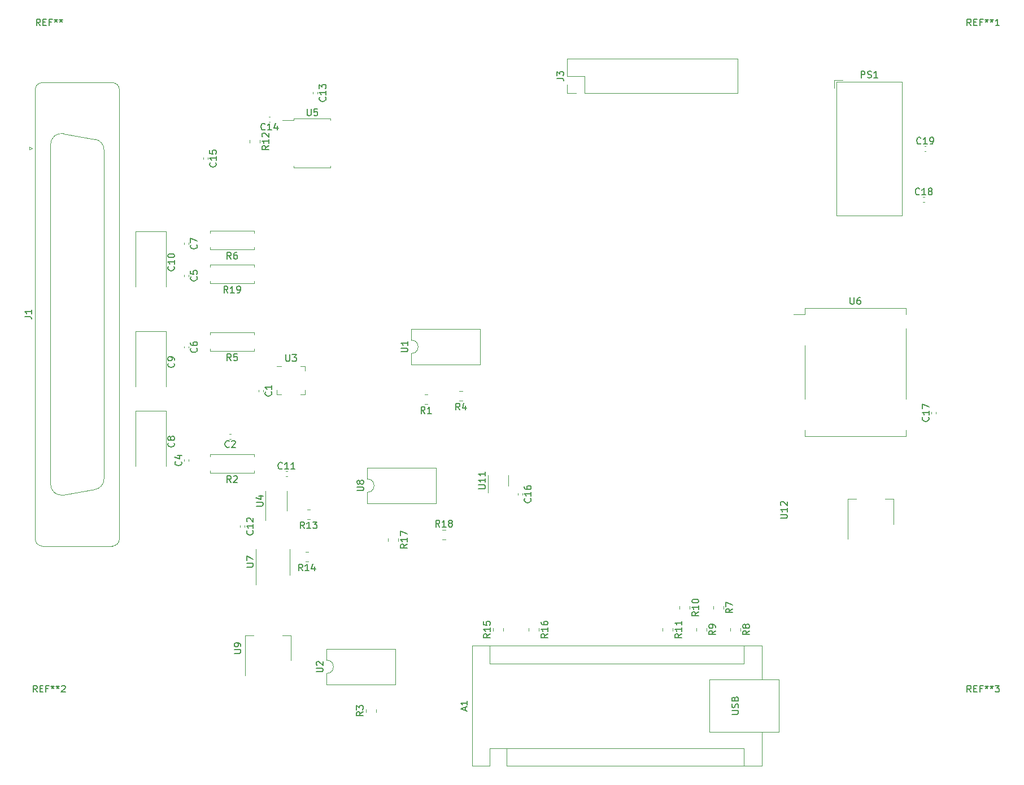
<source format=gbr>
%TF.GenerationSoftware,KiCad,Pcbnew,7.0.5*%
%TF.CreationDate,2024-02-22T12:23:48+00:00*%
%TF.ProjectId,EGSE,45475345-2e6b-4696-9361-645f70636258,rev?*%
%TF.SameCoordinates,Original*%
%TF.FileFunction,Legend,Top*%
%TF.FilePolarity,Positive*%
%FSLAX46Y46*%
G04 Gerber Fmt 4.6, Leading zero omitted, Abs format (unit mm)*
G04 Created by KiCad (PCBNEW 7.0.5) date 2024-02-22 12:23:48*
%MOMM*%
%LPD*%
G01*
G04 APERTURE LIST*
%ADD10C,0.150000*%
%ADD11C,0.120000*%
G04 APERTURE END LIST*
D10*
%TO.C,REF\u002A\u002A3*%
X162320475Y-136640819D02*
X161987142Y-136164628D01*
X161749047Y-136640819D02*
X161749047Y-135640819D01*
X161749047Y-135640819D02*
X162129999Y-135640819D01*
X162129999Y-135640819D02*
X162225237Y-135688438D01*
X162225237Y-135688438D02*
X162272856Y-135736057D01*
X162272856Y-135736057D02*
X162320475Y-135831295D01*
X162320475Y-135831295D02*
X162320475Y-135974152D01*
X162320475Y-135974152D02*
X162272856Y-136069390D01*
X162272856Y-136069390D02*
X162225237Y-136117009D01*
X162225237Y-136117009D02*
X162129999Y-136164628D01*
X162129999Y-136164628D02*
X161749047Y-136164628D01*
X162749047Y-136117009D02*
X163082380Y-136117009D01*
X163225237Y-136640819D02*
X162749047Y-136640819D01*
X162749047Y-136640819D02*
X162749047Y-135640819D01*
X162749047Y-135640819D02*
X163225237Y-135640819D01*
X163987142Y-136117009D02*
X163653809Y-136117009D01*
X163653809Y-136640819D02*
X163653809Y-135640819D01*
X163653809Y-135640819D02*
X164129999Y-135640819D01*
X164653809Y-135640819D02*
X164653809Y-135878914D01*
X164415714Y-135783676D02*
X164653809Y-135878914D01*
X164653809Y-135878914D02*
X164891904Y-135783676D01*
X164510952Y-136069390D02*
X164653809Y-135878914D01*
X164653809Y-135878914D02*
X164796666Y-136069390D01*
X165415714Y-135640819D02*
X165415714Y-135878914D01*
X165177619Y-135783676D02*
X165415714Y-135878914D01*
X165415714Y-135878914D02*
X165653809Y-135783676D01*
X165272857Y-136069390D02*
X165415714Y-135878914D01*
X165415714Y-135878914D02*
X165558571Y-136069390D01*
X165939524Y-135640819D02*
X166558571Y-135640819D01*
X166558571Y-135640819D02*
X166225238Y-136021771D01*
X166225238Y-136021771D02*
X166368095Y-136021771D01*
X166368095Y-136021771D02*
X166463333Y-136069390D01*
X166463333Y-136069390D02*
X166510952Y-136117009D01*
X166510952Y-136117009D02*
X166558571Y-136212247D01*
X166558571Y-136212247D02*
X166558571Y-136450342D01*
X166558571Y-136450342D02*
X166510952Y-136545580D01*
X166510952Y-136545580D02*
X166463333Y-136593200D01*
X166463333Y-136593200D02*
X166368095Y-136640819D01*
X166368095Y-136640819D02*
X166082381Y-136640819D01*
X166082381Y-136640819D02*
X165987143Y-136593200D01*
X165987143Y-136593200D02*
X165939524Y-136545580D01*
%TO.C,REF\u002A\u002A2*%
X22320475Y-136640819D02*
X21987142Y-136164628D01*
X21749047Y-136640819D02*
X21749047Y-135640819D01*
X21749047Y-135640819D02*
X22129999Y-135640819D01*
X22129999Y-135640819D02*
X22225237Y-135688438D01*
X22225237Y-135688438D02*
X22272856Y-135736057D01*
X22272856Y-135736057D02*
X22320475Y-135831295D01*
X22320475Y-135831295D02*
X22320475Y-135974152D01*
X22320475Y-135974152D02*
X22272856Y-136069390D01*
X22272856Y-136069390D02*
X22225237Y-136117009D01*
X22225237Y-136117009D02*
X22129999Y-136164628D01*
X22129999Y-136164628D02*
X21749047Y-136164628D01*
X22749047Y-136117009D02*
X23082380Y-136117009D01*
X23225237Y-136640819D02*
X22749047Y-136640819D01*
X22749047Y-136640819D02*
X22749047Y-135640819D01*
X22749047Y-135640819D02*
X23225237Y-135640819D01*
X23987142Y-136117009D02*
X23653809Y-136117009D01*
X23653809Y-136640819D02*
X23653809Y-135640819D01*
X23653809Y-135640819D02*
X24129999Y-135640819D01*
X24653809Y-135640819D02*
X24653809Y-135878914D01*
X24415714Y-135783676D02*
X24653809Y-135878914D01*
X24653809Y-135878914D02*
X24891904Y-135783676D01*
X24510952Y-136069390D02*
X24653809Y-135878914D01*
X24653809Y-135878914D02*
X24796666Y-136069390D01*
X25415714Y-135640819D02*
X25415714Y-135878914D01*
X25177619Y-135783676D02*
X25415714Y-135878914D01*
X25415714Y-135878914D02*
X25653809Y-135783676D01*
X25272857Y-136069390D02*
X25415714Y-135878914D01*
X25415714Y-135878914D02*
X25558571Y-136069390D01*
X25987143Y-135736057D02*
X26034762Y-135688438D01*
X26034762Y-135688438D02*
X26130000Y-135640819D01*
X26130000Y-135640819D02*
X26368095Y-135640819D01*
X26368095Y-135640819D02*
X26463333Y-135688438D01*
X26463333Y-135688438D02*
X26510952Y-135736057D01*
X26510952Y-135736057D02*
X26558571Y-135831295D01*
X26558571Y-135831295D02*
X26558571Y-135926533D01*
X26558571Y-135926533D02*
X26510952Y-136069390D01*
X26510952Y-136069390D02*
X25939524Y-136640819D01*
X25939524Y-136640819D02*
X26558571Y-136640819D01*
%TO.C,REF\u002A\u002A1*%
X162320475Y-36640819D02*
X161987142Y-36164628D01*
X161749047Y-36640819D02*
X161749047Y-35640819D01*
X161749047Y-35640819D02*
X162129999Y-35640819D01*
X162129999Y-35640819D02*
X162225237Y-35688438D01*
X162225237Y-35688438D02*
X162272856Y-35736057D01*
X162272856Y-35736057D02*
X162320475Y-35831295D01*
X162320475Y-35831295D02*
X162320475Y-35974152D01*
X162320475Y-35974152D02*
X162272856Y-36069390D01*
X162272856Y-36069390D02*
X162225237Y-36117009D01*
X162225237Y-36117009D02*
X162129999Y-36164628D01*
X162129999Y-36164628D02*
X161749047Y-36164628D01*
X162749047Y-36117009D02*
X163082380Y-36117009D01*
X163225237Y-36640819D02*
X162749047Y-36640819D01*
X162749047Y-36640819D02*
X162749047Y-35640819D01*
X162749047Y-35640819D02*
X163225237Y-35640819D01*
X163987142Y-36117009D02*
X163653809Y-36117009D01*
X163653809Y-36640819D02*
X163653809Y-35640819D01*
X163653809Y-35640819D02*
X164129999Y-35640819D01*
X164653809Y-35640819D02*
X164653809Y-35878914D01*
X164415714Y-35783676D02*
X164653809Y-35878914D01*
X164653809Y-35878914D02*
X164891904Y-35783676D01*
X164510952Y-36069390D02*
X164653809Y-35878914D01*
X164653809Y-35878914D02*
X164796666Y-36069390D01*
X165415714Y-35640819D02*
X165415714Y-35878914D01*
X165177619Y-35783676D02*
X165415714Y-35878914D01*
X165415714Y-35878914D02*
X165653809Y-35783676D01*
X165272857Y-36069390D02*
X165415714Y-35878914D01*
X165415714Y-35878914D02*
X165558571Y-36069390D01*
X166558571Y-36640819D02*
X165987143Y-36640819D01*
X166272857Y-36640819D02*
X166272857Y-35640819D01*
X166272857Y-35640819D02*
X166177619Y-35783676D01*
X166177619Y-35783676D02*
X166082381Y-35878914D01*
X166082381Y-35878914D02*
X165987143Y-35926533D01*
%TO.C,REF\u002A\u002A*%
X22796666Y-36640819D02*
X22463333Y-36164628D01*
X22225238Y-36640819D02*
X22225238Y-35640819D01*
X22225238Y-35640819D02*
X22606190Y-35640819D01*
X22606190Y-35640819D02*
X22701428Y-35688438D01*
X22701428Y-35688438D02*
X22749047Y-35736057D01*
X22749047Y-35736057D02*
X22796666Y-35831295D01*
X22796666Y-35831295D02*
X22796666Y-35974152D01*
X22796666Y-35974152D02*
X22749047Y-36069390D01*
X22749047Y-36069390D02*
X22701428Y-36117009D01*
X22701428Y-36117009D02*
X22606190Y-36164628D01*
X22606190Y-36164628D02*
X22225238Y-36164628D01*
X23225238Y-36117009D02*
X23558571Y-36117009D01*
X23701428Y-36640819D02*
X23225238Y-36640819D01*
X23225238Y-36640819D02*
X23225238Y-35640819D01*
X23225238Y-35640819D02*
X23701428Y-35640819D01*
X24463333Y-36117009D02*
X24130000Y-36117009D01*
X24130000Y-36640819D02*
X24130000Y-35640819D01*
X24130000Y-35640819D02*
X24606190Y-35640819D01*
X25130000Y-35640819D02*
X25130000Y-35878914D01*
X24891905Y-35783676D02*
X25130000Y-35878914D01*
X25130000Y-35878914D02*
X25368095Y-35783676D01*
X24987143Y-36069390D02*
X25130000Y-35878914D01*
X25130000Y-35878914D02*
X25272857Y-36069390D01*
X25891905Y-35640819D02*
X25891905Y-35878914D01*
X25653810Y-35783676D02*
X25891905Y-35878914D01*
X25891905Y-35878914D02*
X26130000Y-35783676D01*
X25749048Y-36069390D02*
X25891905Y-35878914D01*
X25891905Y-35878914D02*
X26034762Y-36069390D01*
%TO.C,J3*%
X100248819Y-44529333D02*
X100963104Y-44529333D01*
X100963104Y-44529333D02*
X101105961Y-44576952D01*
X101105961Y-44576952D02*
X101201200Y-44672190D01*
X101201200Y-44672190D02*
X101248819Y-44815047D01*
X101248819Y-44815047D02*
X101248819Y-44910285D01*
X100248819Y-44148380D02*
X100248819Y-43529333D01*
X100248819Y-43529333D02*
X100629771Y-43862666D01*
X100629771Y-43862666D02*
X100629771Y-43719809D01*
X100629771Y-43719809D02*
X100677390Y-43624571D01*
X100677390Y-43624571D02*
X100725009Y-43576952D01*
X100725009Y-43576952D02*
X100820247Y-43529333D01*
X100820247Y-43529333D02*
X101058342Y-43529333D01*
X101058342Y-43529333D02*
X101153580Y-43576952D01*
X101153580Y-43576952D02*
X101201200Y-43624571D01*
X101201200Y-43624571D02*
X101248819Y-43719809D01*
X101248819Y-43719809D02*
X101248819Y-44005523D01*
X101248819Y-44005523D02*
X101201200Y-44100761D01*
X101201200Y-44100761D02*
X101153580Y-44148380D01*
%TO.C,R9*%
X124024819Y-127420666D02*
X123548628Y-127753999D01*
X124024819Y-127992094D02*
X123024819Y-127992094D01*
X123024819Y-127992094D02*
X123024819Y-127611142D01*
X123024819Y-127611142D02*
X123072438Y-127515904D01*
X123072438Y-127515904D02*
X123120057Y-127468285D01*
X123120057Y-127468285D02*
X123215295Y-127420666D01*
X123215295Y-127420666D02*
X123358152Y-127420666D01*
X123358152Y-127420666D02*
X123453390Y-127468285D01*
X123453390Y-127468285D02*
X123501009Y-127515904D01*
X123501009Y-127515904D02*
X123548628Y-127611142D01*
X123548628Y-127611142D02*
X123548628Y-127992094D01*
X124024819Y-126944475D02*
X124024819Y-126753999D01*
X124024819Y-126753999D02*
X123977200Y-126658761D01*
X123977200Y-126658761D02*
X123929580Y-126611142D01*
X123929580Y-126611142D02*
X123786723Y-126515904D01*
X123786723Y-126515904D02*
X123596247Y-126468285D01*
X123596247Y-126468285D02*
X123215295Y-126468285D01*
X123215295Y-126468285D02*
X123120057Y-126515904D01*
X123120057Y-126515904D02*
X123072438Y-126563523D01*
X123072438Y-126563523D02*
X123024819Y-126658761D01*
X123024819Y-126658761D02*
X123024819Y-126849237D01*
X123024819Y-126849237D02*
X123072438Y-126944475D01*
X123072438Y-126944475D02*
X123120057Y-126992094D01*
X123120057Y-126992094D02*
X123215295Y-127039713D01*
X123215295Y-127039713D02*
X123453390Y-127039713D01*
X123453390Y-127039713D02*
X123548628Y-126992094D01*
X123548628Y-126992094D02*
X123596247Y-126944475D01*
X123596247Y-126944475D02*
X123643866Y-126849237D01*
X123643866Y-126849237D02*
X123643866Y-126658761D01*
X123643866Y-126658761D02*
X123596247Y-126563523D01*
X123596247Y-126563523D02*
X123548628Y-126515904D01*
X123548628Y-126515904D02*
X123453390Y-126468285D01*
%TO.C,R18*%
X82669142Y-111834819D02*
X82335809Y-111358628D01*
X82097714Y-111834819D02*
X82097714Y-110834819D01*
X82097714Y-110834819D02*
X82478666Y-110834819D01*
X82478666Y-110834819D02*
X82573904Y-110882438D01*
X82573904Y-110882438D02*
X82621523Y-110930057D01*
X82621523Y-110930057D02*
X82669142Y-111025295D01*
X82669142Y-111025295D02*
X82669142Y-111168152D01*
X82669142Y-111168152D02*
X82621523Y-111263390D01*
X82621523Y-111263390D02*
X82573904Y-111311009D01*
X82573904Y-111311009D02*
X82478666Y-111358628D01*
X82478666Y-111358628D02*
X82097714Y-111358628D01*
X83621523Y-111834819D02*
X83050095Y-111834819D01*
X83335809Y-111834819D02*
X83335809Y-110834819D01*
X83335809Y-110834819D02*
X83240571Y-110977676D01*
X83240571Y-110977676D02*
X83145333Y-111072914D01*
X83145333Y-111072914D02*
X83050095Y-111120533D01*
X84192952Y-111263390D02*
X84097714Y-111215771D01*
X84097714Y-111215771D02*
X84050095Y-111168152D01*
X84050095Y-111168152D02*
X84002476Y-111072914D01*
X84002476Y-111072914D02*
X84002476Y-111025295D01*
X84002476Y-111025295D02*
X84050095Y-110930057D01*
X84050095Y-110930057D02*
X84097714Y-110882438D01*
X84097714Y-110882438D02*
X84192952Y-110834819D01*
X84192952Y-110834819D02*
X84383428Y-110834819D01*
X84383428Y-110834819D02*
X84478666Y-110882438D01*
X84478666Y-110882438D02*
X84526285Y-110930057D01*
X84526285Y-110930057D02*
X84573904Y-111025295D01*
X84573904Y-111025295D02*
X84573904Y-111072914D01*
X84573904Y-111072914D02*
X84526285Y-111168152D01*
X84526285Y-111168152D02*
X84478666Y-111215771D01*
X84478666Y-111215771D02*
X84383428Y-111263390D01*
X84383428Y-111263390D02*
X84192952Y-111263390D01*
X84192952Y-111263390D02*
X84097714Y-111311009D01*
X84097714Y-111311009D02*
X84050095Y-111358628D01*
X84050095Y-111358628D02*
X84002476Y-111453866D01*
X84002476Y-111453866D02*
X84002476Y-111644342D01*
X84002476Y-111644342D02*
X84050095Y-111739580D01*
X84050095Y-111739580D02*
X84097714Y-111787200D01*
X84097714Y-111787200D02*
X84192952Y-111834819D01*
X84192952Y-111834819D02*
X84383428Y-111834819D01*
X84383428Y-111834819D02*
X84478666Y-111787200D01*
X84478666Y-111787200D02*
X84526285Y-111739580D01*
X84526285Y-111739580D02*
X84573904Y-111644342D01*
X84573904Y-111644342D02*
X84573904Y-111453866D01*
X84573904Y-111453866D02*
X84526285Y-111358628D01*
X84526285Y-111358628D02*
X84478666Y-111311009D01*
X84478666Y-111311009D02*
X84383428Y-111263390D01*
%TO.C,R17*%
X77786819Y-114444857D02*
X77310628Y-114778190D01*
X77786819Y-115016285D02*
X76786819Y-115016285D01*
X76786819Y-115016285D02*
X76786819Y-114635333D01*
X76786819Y-114635333D02*
X76834438Y-114540095D01*
X76834438Y-114540095D02*
X76882057Y-114492476D01*
X76882057Y-114492476D02*
X76977295Y-114444857D01*
X76977295Y-114444857D02*
X77120152Y-114444857D01*
X77120152Y-114444857D02*
X77215390Y-114492476D01*
X77215390Y-114492476D02*
X77263009Y-114540095D01*
X77263009Y-114540095D02*
X77310628Y-114635333D01*
X77310628Y-114635333D02*
X77310628Y-115016285D01*
X77786819Y-113492476D02*
X77786819Y-114063904D01*
X77786819Y-113778190D02*
X76786819Y-113778190D01*
X76786819Y-113778190D02*
X76929676Y-113873428D01*
X76929676Y-113873428D02*
X77024914Y-113968666D01*
X77024914Y-113968666D02*
X77072533Y-114063904D01*
X76786819Y-113159142D02*
X76786819Y-112492476D01*
X76786819Y-112492476D02*
X77786819Y-112921047D01*
%TO.C,R16*%
X98878819Y-127896857D02*
X98402628Y-128230190D01*
X98878819Y-128468285D02*
X97878819Y-128468285D01*
X97878819Y-128468285D02*
X97878819Y-128087333D01*
X97878819Y-128087333D02*
X97926438Y-127992095D01*
X97926438Y-127992095D02*
X97974057Y-127944476D01*
X97974057Y-127944476D02*
X98069295Y-127896857D01*
X98069295Y-127896857D02*
X98212152Y-127896857D01*
X98212152Y-127896857D02*
X98307390Y-127944476D01*
X98307390Y-127944476D02*
X98355009Y-127992095D01*
X98355009Y-127992095D02*
X98402628Y-128087333D01*
X98402628Y-128087333D02*
X98402628Y-128468285D01*
X98878819Y-126944476D02*
X98878819Y-127515904D01*
X98878819Y-127230190D02*
X97878819Y-127230190D01*
X97878819Y-127230190D02*
X98021676Y-127325428D01*
X98021676Y-127325428D02*
X98116914Y-127420666D01*
X98116914Y-127420666D02*
X98164533Y-127515904D01*
X97878819Y-126087333D02*
X97878819Y-126277809D01*
X97878819Y-126277809D02*
X97926438Y-126373047D01*
X97926438Y-126373047D02*
X97974057Y-126420666D01*
X97974057Y-126420666D02*
X98116914Y-126515904D01*
X98116914Y-126515904D02*
X98307390Y-126563523D01*
X98307390Y-126563523D02*
X98688342Y-126563523D01*
X98688342Y-126563523D02*
X98783580Y-126515904D01*
X98783580Y-126515904D02*
X98831200Y-126468285D01*
X98831200Y-126468285D02*
X98878819Y-126373047D01*
X98878819Y-126373047D02*
X98878819Y-126182571D01*
X98878819Y-126182571D02*
X98831200Y-126087333D01*
X98831200Y-126087333D02*
X98783580Y-126039714D01*
X98783580Y-126039714D02*
X98688342Y-125992095D01*
X98688342Y-125992095D02*
X98450247Y-125992095D01*
X98450247Y-125992095D02*
X98355009Y-126039714D01*
X98355009Y-126039714D02*
X98307390Y-126087333D01*
X98307390Y-126087333D02*
X98259771Y-126182571D01*
X98259771Y-126182571D02*
X98259771Y-126373047D01*
X98259771Y-126373047D02*
X98307390Y-126468285D01*
X98307390Y-126468285D02*
X98355009Y-126515904D01*
X98355009Y-126515904D02*
X98450247Y-126563523D01*
%TO.C,R14*%
X62109142Y-118436819D02*
X61775809Y-117960628D01*
X61537714Y-118436819D02*
X61537714Y-117436819D01*
X61537714Y-117436819D02*
X61918666Y-117436819D01*
X61918666Y-117436819D02*
X62013904Y-117484438D01*
X62013904Y-117484438D02*
X62061523Y-117532057D01*
X62061523Y-117532057D02*
X62109142Y-117627295D01*
X62109142Y-117627295D02*
X62109142Y-117770152D01*
X62109142Y-117770152D02*
X62061523Y-117865390D01*
X62061523Y-117865390D02*
X62013904Y-117913009D01*
X62013904Y-117913009D02*
X61918666Y-117960628D01*
X61918666Y-117960628D02*
X61537714Y-117960628D01*
X63061523Y-118436819D02*
X62490095Y-118436819D01*
X62775809Y-118436819D02*
X62775809Y-117436819D01*
X62775809Y-117436819D02*
X62680571Y-117579676D01*
X62680571Y-117579676D02*
X62585333Y-117674914D01*
X62585333Y-117674914D02*
X62490095Y-117722533D01*
X63918666Y-117770152D02*
X63918666Y-118436819D01*
X63680571Y-117389200D02*
X63442476Y-118103485D01*
X63442476Y-118103485D02*
X64061523Y-118103485D01*
%TO.C,R13*%
X62375142Y-112086819D02*
X62041809Y-111610628D01*
X61803714Y-112086819D02*
X61803714Y-111086819D01*
X61803714Y-111086819D02*
X62184666Y-111086819D01*
X62184666Y-111086819D02*
X62279904Y-111134438D01*
X62279904Y-111134438D02*
X62327523Y-111182057D01*
X62327523Y-111182057D02*
X62375142Y-111277295D01*
X62375142Y-111277295D02*
X62375142Y-111420152D01*
X62375142Y-111420152D02*
X62327523Y-111515390D01*
X62327523Y-111515390D02*
X62279904Y-111563009D01*
X62279904Y-111563009D02*
X62184666Y-111610628D01*
X62184666Y-111610628D02*
X61803714Y-111610628D01*
X63327523Y-112086819D02*
X62756095Y-112086819D01*
X63041809Y-112086819D02*
X63041809Y-111086819D01*
X63041809Y-111086819D02*
X62946571Y-111229676D01*
X62946571Y-111229676D02*
X62851333Y-111324914D01*
X62851333Y-111324914D02*
X62756095Y-111372533D01*
X63660857Y-111086819D02*
X64279904Y-111086819D01*
X64279904Y-111086819D02*
X63946571Y-111467771D01*
X63946571Y-111467771D02*
X64089428Y-111467771D01*
X64089428Y-111467771D02*
X64184666Y-111515390D01*
X64184666Y-111515390D02*
X64232285Y-111563009D01*
X64232285Y-111563009D02*
X64279904Y-111658247D01*
X64279904Y-111658247D02*
X64279904Y-111896342D01*
X64279904Y-111896342D02*
X64232285Y-111991580D01*
X64232285Y-111991580D02*
X64184666Y-112039200D01*
X64184666Y-112039200D02*
X64089428Y-112086819D01*
X64089428Y-112086819D02*
X63803714Y-112086819D01*
X63803714Y-112086819D02*
X63708476Y-112039200D01*
X63708476Y-112039200D02*
X63660857Y-111991580D01*
%TO.C,R12*%
X57036621Y-54643857D02*
X56560430Y-54977190D01*
X57036621Y-55215285D02*
X56036621Y-55215285D01*
X56036621Y-55215285D02*
X56036621Y-54834333D01*
X56036621Y-54834333D02*
X56084240Y-54739095D01*
X56084240Y-54739095D02*
X56131859Y-54691476D01*
X56131859Y-54691476D02*
X56227097Y-54643857D01*
X56227097Y-54643857D02*
X56369954Y-54643857D01*
X56369954Y-54643857D02*
X56465192Y-54691476D01*
X56465192Y-54691476D02*
X56512811Y-54739095D01*
X56512811Y-54739095D02*
X56560430Y-54834333D01*
X56560430Y-54834333D02*
X56560430Y-55215285D01*
X57036621Y-53691476D02*
X57036621Y-54262904D01*
X57036621Y-53977190D02*
X56036621Y-53977190D01*
X56036621Y-53977190D02*
X56179478Y-54072428D01*
X56179478Y-54072428D02*
X56274716Y-54167666D01*
X56274716Y-54167666D02*
X56322335Y-54262904D01*
X56131859Y-53310523D02*
X56084240Y-53262904D01*
X56084240Y-53262904D02*
X56036621Y-53167666D01*
X56036621Y-53167666D02*
X56036621Y-52929571D01*
X56036621Y-52929571D02*
X56084240Y-52834333D01*
X56084240Y-52834333D02*
X56131859Y-52786714D01*
X56131859Y-52786714D02*
X56227097Y-52739095D01*
X56227097Y-52739095D02*
X56322335Y-52739095D01*
X56322335Y-52739095D02*
X56465192Y-52786714D01*
X56465192Y-52786714D02*
X57036621Y-53358142D01*
X57036621Y-53358142D02*
X57036621Y-52739095D01*
%TO.C,R11*%
X118944819Y-127896857D02*
X118468628Y-128230190D01*
X118944819Y-128468285D02*
X117944819Y-128468285D01*
X117944819Y-128468285D02*
X117944819Y-128087333D01*
X117944819Y-128087333D02*
X117992438Y-127992095D01*
X117992438Y-127992095D02*
X118040057Y-127944476D01*
X118040057Y-127944476D02*
X118135295Y-127896857D01*
X118135295Y-127896857D02*
X118278152Y-127896857D01*
X118278152Y-127896857D02*
X118373390Y-127944476D01*
X118373390Y-127944476D02*
X118421009Y-127992095D01*
X118421009Y-127992095D02*
X118468628Y-128087333D01*
X118468628Y-128087333D02*
X118468628Y-128468285D01*
X118944819Y-126944476D02*
X118944819Y-127515904D01*
X118944819Y-127230190D02*
X117944819Y-127230190D01*
X117944819Y-127230190D02*
X118087676Y-127325428D01*
X118087676Y-127325428D02*
X118182914Y-127420666D01*
X118182914Y-127420666D02*
X118230533Y-127515904D01*
X118944819Y-125992095D02*
X118944819Y-126563523D01*
X118944819Y-126277809D02*
X117944819Y-126277809D01*
X117944819Y-126277809D02*
X118087676Y-126373047D01*
X118087676Y-126373047D02*
X118182914Y-126468285D01*
X118182914Y-126468285D02*
X118230533Y-126563523D01*
%TO.C,R10*%
X121484819Y-124594857D02*
X121008628Y-124928190D01*
X121484819Y-125166285D02*
X120484819Y-125166285D01*
X120484819Y-125166285D02*
X120484819Y-124785333D01*
X120484819Y-124785333D02*
X120532438Y-124690095D01*
X120532438Y-124690095D02*
X120580057Y-124642476D01*
X120580057Y-124642476D02*
X120675295Y-124594857D01*
X120675295Y-124594857D02*
X120818152Y-124594857D01*
X120818152Y-124594857D02*
X120913390Y-124642476D01*
X120913390Y-124642476D02*
X120961009Y-124690095D01*
X120961009Y-124690095D02*
X121008628Y-124785333D01*
X121008628Y-124785333D02*
X121008628Y-125166285D01*
X121484819Y-123642476D02*
X121484819Y-124213904D01*
X121484819Y-123928190D02*
X120484819Y-123928190D01*
X120484819Y-123928190D02*
X120627676Y-124023428D01*
X120627676Y-124023428D02*
X120722914Y-124118666D01*
X120722914Y-124118666D02*
X120770533Y-124213904D01*
X120484819Y-123023428D02*
X120484819Y-122928190D01*
X120484819Y-122928190D02*
X120532438Y-122832952D01*
X120532438Y-122832952D02*
X120580057Y-122785333D01*
X120580057Y-122785333D02*
X120675295Y-122737714D01*
X120675295Y-122737714D02*
X120865771Y-122690095D01*
X120865771Y-122690095D02*
X121103866Y-122690095D01*
X121103866Y-122690095D02*
X121294342Y-122737714D01*
X121294342Y-122737714D02*
X121389580Y-122785333D01*
X121389580Y-122785333D02*
X121437200Y-122832952D01*
X121437200Y-122832952D02*
X121484819Y-122928190D01*
X121484819Y-122928190D02*
X121484819Y-123023428D01*
X121484819Y-123023428D02*
X121437200Y-123118666D01*
X121437200Y-123118666D02*
X121389580Y-123166285D01*
X121389580Y-123166285D02*
X121294342Y-123213904D01*
X121294342Y-123213904D02*
X121103866Y-123261523D01*
X121103866Y-123261523D02*
X120865771Y-123261523D01*
X120865771Y-123261523D02*
X120675295Y-123213904D01*
X120675295Y-123213904D02*
X120580057Y-123166285D01*
X120580057Y-123166285D02*
X120532438Y-123118666D01*
X120532438Y-123118666D02*
X120484819Y-123023428D01*
%TO.C,R8*%
X129104819Y-127420666D02*
X128628628Y-127753999D01*
X129104819Y-127992094D02*
X128104819Y-127992094D01*
X128104819Y-127992094D02*
X128104819Y-127611142D01*
X128104819Y-127611142D02*
X128152438Y-127515904D01*
X128152438Y-127515904D02*
X128200057Y-127468285D01*
X128200057Y-127468285D02*
X128295295Y-127420666D01*
X128295295Y-127420666D02*
X128438152Y-127420666D01*
X128438152Y-127420666D02*
X128533390Y-127468285D01*
X128533390Y-127468285D02*
X128581009Y-127515904D01*
X128581009Y-127515904D02*
X128628628Y-127611142D01*
X128628628Y-127611142D02*
X128628628Y-127992094D01*
X128533390Y-126849237D02*
X128485771Y-126944475D01*
X128485771Y-126944475D02*
X128438152Y-126992094D01*
X128438152Y-126992094D02*
X128342914Y-127039713D01*
X128342914Y-127039713D02*
X128295295Y-127039713D01*
X128295295Y-127039713D02*
X128200057Y-126992094D01*
X128200057Y-126992094D02*
X128152438Y-126944475D01*
X128152438Y-126944475D02*
X128104819Y-126849237D01*
X128104819Y-126849237D02*
X128104819Y-126658761D01*
X128104819Y-126658761D02*
X128152438Y-126563523D01*
X128152438Y-126563523D02*
X128200057Y-126515904D01*
X128200057Y-126515904D02*
X128295295Y-126468285D01*
X128295295Y-126468285D02*
X128342914Y-126468285D01*
X128342914Y-126468285D02*
X128438152Y-126515904D01*
X128438152Y-126515904D02*
X128485771Y-126563523D01*
X128485771Y-126563523D02*
X128533390Y-126658761D01*
X128533390Y-126658761D02*
X128533390Y-126849237D01*
X128533390Y-126849237D02*
X128581009Y-126944475D01*
X128581009Y-126944475D02*
X128628628Y-126992094D01*
X128628628Y-126992094D02*
X128723866Y-127039713D01*
X128723866Y-127039713D02*
X128914342Y-127039713D01*
X128914342Y-127039713D02*
X129009580Y-126992094D01*
X129009580Y-126992094D02*
X129057200Y-126944475D01*
X129057200Y-126944475D02*
X129104819Y-126849237D01*
X129104819Y-126849237D02*
X129104819Y-126658761D01*
X129104819Y-126658761D02*
X129057200Y-126563523D01*
X129057200Y-126563523D02*
X129009580Y-126515904D01*
X129009580Y-126515904D02*
X128914342Y-126468285D01*
X128914342Y-126468285D02*
X128723866Y-126468285D01*
X128723866Y-126468285D02*
X128628628Y-126515904D01*
X128628628Y-126515904D02*
X128581009Y-126563523D01*
X128581009Y-126563523D02*
X128533390Y-126658761D01*
%TO.C,R7*%
X126564819Y-124118666D02*
X126088628Y-124451999D01*
X126564819Y-124690094D02*
X125564819Y-124690094D01*
X125564819Y-124690094D02*
X125564819Y-124309142D01*
X125564819Y-124309142D02*
X125612438Y-124213904D01*
X125612438Y-124213904D02*
X125660057Y-124166285D01*
X125660057Y-124166285D02*
X125755295Y-124118666D01*
X125755295Y-124118666D02*
X125898152Y-124118666D01*
X125898152Y-124118666D02*
X125993390Y-124166285D01*
X125993390Y-124166285D02*
X126041009Y-124213904D01*
X126041009Y-124213904D02*
X126088628Y-124309142D01*
X126088628Y-124309142D02*
X126088628Y-124690094D01*
X125564819Y-123785332D02*
X125564819Y-123118666D01*
X125564819Y-123118666D02*
X126564819Y-123547237D01*
%TO.C,R4*%
X85685333Y-94306819D02*
X85352000Y-93830628D01*
X85113905Y-94306819D02*
X85113905Y-93306819D01*
X85113905Y-93306819D02*
X85494857Y-93306819D01*
X85494857Y-93306819D02*
X85590095Y-93354438D01*
X85590095Y-93354438D02*
X85637714Y-93402057D01*
X85637714Y-93402057D02*
X85685333Y-93497295D01*
X85685333Y-93497295D02*
X85685333Y-93640152D01*
X85685333Y-93640152D02*
X85637714Y-93735390D01*
X85637714Y-93735390D02*
X85590095Y-93783009D01*
X85590095Y-93783009D02*
X85494857Y-93830628D01*
X85494857Y-93830628D02*
X85113905Y-93830628D01*
X86542476Y-93640152D02*
X86542476Y-94306819D01*
X86304381Y-93259200D02*
X86066286Y-93973485D01*
X86066286Y-93973485D02*
X86685333Y-93973485D01*
%TO.C,R3*%
X71194819Y-139600666D02*
X70718628Y-139933999D01*
X71194819Y-140172094D02*
X70194819Y-140172094D01*
X70194819Y-140172094D02*
X70194819Y-139791142D01*
X70194819Y-139791142D02*
X70242438Y-139695904D01*
X70242438Y-139695904D02*
X70290057Y-139648285D01*
X70290057Y-139648285D02*
X70385295Y-139600666D01*
X70385295Y-139600666D02*
X70528152Y-139600666D01*
X70528152Y-139600666D02*
X70623390Y-139648285D01*
X70623390Y-139648285D02*
X70671009Y-139695904D01*
X70671009Y-139695904D02*
X70718628Y-139791142D01*
X70718628Y-139791142D02*
X70718628Y-140172094D01*
X70194819Y-139267332D02*
X70194819Y-138648285D01*
X70194819Y-138648285D02*
X70575771Y-138981618D01*
X70575771Y-138981618D02*
X70575771Y-138838761D01*
X70575771Y-138838761D02*
X70623390Y-138743523D01*
X70623390Y-138743523D02*
X70671009Y-138695904D01*
X70671009Y-138695904D02*
X70766247Y-138648285D01*
X70766247Y-138648285D02*
X71004342Y-138648285D01*
X71004342Y-138648285D02*
X71099580Y-138695904D01*
X71099580Y-138695904D02*
X71147200Y-138743523D01*
X71147200Y-138743523D02*
X71194819Y-138838761D01*
X71194819Y-138838761D02*
X71194819Y-139124475D01*
X71194819Y-139124475D02*
X71147200Y-139219713D01*
X71147200Y-139219713D02*
X71099580Y-139267332D01*
%TO.C,R1*%
X80454833Y-94826819D02*
X80121500Y-94350628D01*
X79883405Y-94826819D02*
X79883405Y-93826819D01*
X79883405Y-93826819D02*
X80264357Y-93826819D01*
X80264357Y-93826819D02*
X80359595Y-93874438D01*
X80359595Y-93874438D02*
X80407214Y-93922057D01*
X80407214Y-93922057D02*
X80454833Y-94017295D01*
X80454833Y-94017295D02*
X80454833Y-94160152D01*
X80454833Y-94160152D02*
X80407214Y-94255390D01*
X80407214Y-94255390D02*
X80359595Y-94303009D01*
X80359595Y-94303009D02*
X80264357Y-94350628D01*
X80264357Y-94350628D02*
X79883405Y-94350628D01*
X81407214Y-94826819D02*
X80835786Y-94826819D01*
X81121500Y-94826819D02*
X81121500Y-93826819D01*
X81121500Y-93826819D02*
X81026262Y-93969676D01*
X81026262Y-93969676D02*
X80931024Y-94064914D01*
X80931024Y-94064914D02*
X80835786Y-94112533D01*
%TO.C,R15*%
X90244819Y-127908857D02*
X89768628Y-128242190D01*
X90244819Y-128480285D02*
X89244819Y-128480285D01*
X89244819Y-128480285D02*
X89244819Y-128099333D01*
X89244819Y-128099333D02*
X89292438Y-128004095D01*
X89292438Y-128004095D02*
X89340057Y-127956476D01*
X89340057Y-127956476D02*
X89435295Y-127908857D01*
X89435295Y-127908857D02*
X89578152Y-127908857D01*
X89578152Y-127908857D02*
X89673390Y-127956476D01*
X89673390Y-127956476D02*
X89721009Y-128004095D01*
X89721009Y-128004095D02*
X89768628Y-128099333D01*
X89768628Y-128099333D02*
X89768628Y-128480285D01*
X90244819Y-126956476D02*
X90244819Y-127527904D01*
X90244819Y-127242190D02*
X89244819Y-127242190D01*
X89244819Y-127242190D02*
X89387676Y-127337428D01*
X89387676Y-127337428D02*
X89482914Y-127432666D01*
X89482914Y-127432666D02*
X89530533Y-127527904D01*
X89244819Y-126051714D02*
X89244819Y-126527904D01*
X89244819Y-126527904D02*
X89721009Y-126575523D01*
X89721009Y-126575523D02*
X89673390Y-126527904D01*
X89673390Y-126527904D02*
X89625771Y-126432666D01*
X89625771Y-126432666D02*
X89625771Y-126194571D01*
X89625771Y-126194571D02*
X89673390Y-126099333D01*
X89673390Y-126099333D02*
X89721009Y-126051714D01*
X89721009Y-126051714D02*
X89816247Y-126004095D01*
X89816247Y-126004095D02*
X90054342Y-126004095D01*
X90054342Y-126004095D02*
X90149580Y-126051714D01*
X90149580Y-126051714D02*
X90197200Y-126099333D01*
X90197200Y-126099333D02*
X90244819Y-126194571D01*
X90244819Y-126194571D02*
X90244819Y-126432666D01*
X90244819Y-126432666D02*
X90197200Y-126527904D01*
X90197200Y-126527904D02*
X90149580Y-126575523D01*
%TO.C,A1*%
X86529104Y-139398285D02*
X86529104Y-138922095D01*
X86814819Y-139493523D02*
X85814819Y-139160190D01*
X85814819Y-139160190D02*
X86814819Y-138826857D01*
X86814819Y-137969714D02*
X86814819Y-138541142D01*
X86814819Y-138255428D02*
X85814819Y-138255428D01*
X85814819Y-138255428D02*
X85957676Y-138350666D01*
X85957676Y-138350666D02*
X86052914Y-138445904D01*
X86052914Y-138445904D02*
X86100533Y-138541142D01*
X126454819Y-139945904D02*
X127264342Y-139945904D01*
X127264342Y-139945904D02*
X127359580Y-139898285D01*
X127359580Y-139898285D02*
X127407200Y-139850666D01*
X127407200Y-139850666D02*
X127454819Y-139755428D01*
X127454819Y-139755428D02*
X127454819Y-139564952D01*
X127454819Y-139564952D02*
X127407200Y-139469714D01*
X127407200Y-139469714D02*
X127359580Y-139422095D01*
X127359580Y-139422095D02*
X127264342Y-139374476D01*
X127264342Y-139374476D02*
X126454819Y-139374476D01*
X127407200Y-138945904D02*
X127454819Y-138803047D01*
X127454819Y-138803047D02*
X127454819Y-138564952D01*
X127454819Y-138564952D02*
X127407200Y-138469714D01*
X127407200Y-138469714D02*
X127359580Y-138422095D01*
X127359580Y-138422095D02*
X127264342Y-138374476D01*
X127264342Y-138374476D02*
X127169104Y-138374476D01*
X127169104Y-138374476D02*
X127073866Y-138422095D01*
X127073866Y-138422095D02*
X127026247Y-138469714D01*
X127026247Y-138469714D02*
X126978628Y-138564952D01*
X126978628Y-138564952D02*
X126931009Y-138755428D01*
X126931009Y-138755428D02*
X126883390Y-138850666D01*
X126883390Y-138850666D02*
X126835771Y-138898285D01*
X126835771Y-138898285D02*
X126740533Y-138945904D01*
X126740533Y-138945904D02*
X126645295Y-138945904D01*
X126645295Y-138945904D02*
X126550057Y-138898285D01*
X126550057Y-138898285D02*
X126502438Y-138850666D01*
X126502438Y-138850666D02*
X126454819Y-138755428D01*
X126454819Y-138755428D02*
X126454819Y-138517333D01*
X126454819Y-138517333D02*
X126502438Y-138374476D01*
X126931009Y-137612571D02*
X126978628Y-137469714D01*
X126978628Y-137469714D02*
X127026247Y-137422095D01*
X127026247Y-137422095D02*
X127121485Y-137374476D01*
X127121485Y-137374476D02*
X127264342Y-137374476D01*
X127264342Y-137374476D02*
X127359580Y-137422095D01*
X127359580Y-137422095D02*
X127407200Y-137469714D01*
X127407200Y-137469714D02*
X127454819Y-137564952D01*
X127454819Y-137564952D02*
X127454819Y-137945904D01*
X127454819Y-137945904D02*
X126454819Y-137945904D01*
X126454819Y-137945904D02*
X126454819Y-137612571D01*
X126454819Y-137612571D02*
X126502438Y-137517333D01*
X126502438Y-137517333D02*
X126550057Y-137469714D01*
X126550057Y-137469714D02*
X126645295Y-137422095D01*
X126645295Y-137422095D02*
X126740533Y-137422095D01*
X126740533Y-137422095D02*
X126835771Y-137469714D01*
X126835771Y-137469714D02*
X126883390Y-137517333D01*
X126883390Y-137517333D02*
X126931009Y-137612571D01*
X126931009Y-137612571D02*
X126931009Y-137945904D01*
%TO.C,J1*%
X20488819Y-80290333D02*
X21203104Y-80290333D01*
X21203104Y-80290333D02*
X21345961Y-80337952D01*
X21345961Y-80337952D02*
X21441200Y-80433190D01*
X21441200Y-80433190D02*
X21488819Y-80576047D01*
X21488819Y-80576047D02*
X21488819Y-80671285D01*
X21488819Y-79290333D02*
X21488819Y-79861761D01*
X21488819Y-79576047D02*
X20488819Y-79576047D01*
X20488819Y-79576047D02*
X20631676Y-79671285D01*
X20631676Y-79671285D02*
X20726914Y-79766523D01*
X20726914Y-79766523D02*
X20774533Y-79861761D01*
%TO.C,C6*%
X46223580Y-85030666D02*
X46271200Y-85078285D01*
X46271200Y-85078285D02*
X46318819Y-85221142D01*
X46318819Y-85221142D02*
X46318819Y-85316380D01*
X46318819Y-85316380D02*
X46271200Y-85459237D01*
X46271200Y-85459237D02*
X46175961Y-85554475D01*
X46175961Y-85554475D02*
X46080723Y-85602094D01*
X46080723Y-85602094D02*
X45890247Y-85649713D01*
X45890247Y-85649713D02*
X45747390Y-85649713D01*
X45747390Y-85649713D02*
X45556914Y-85602094D01*
X45556914Y-85602094D02*
X45461676Y-85554475D01*
X45461676Y-85554475D02*
X45366438Y-85459237D01*
X45366438Y-85459237D02*
X45318819Y-85316380D01*
X45318819Y-85316380D02*
X45318819Y-85221142D01*
X45318819Y-85221142D02*
X45366438Y-85078285D01*
X45366438Y-85078285D02*
X45414057Y-85030666D01*
X45318819Y-84173523D02*
X45318819Y-84363999D01*
X45318819Y-84363999D02*
X45366438Y-84459237D01*
X45366438Y-84459237D02*
X45414057Y-84506856D01*
X45414057Y-84506856D02*
X45556914Y-84602094D01*
X45556914Y-84602094D02*
X45747390Y-84649713D01*
X45747390Y-84649713D02*
X46128342Y-84649713D01*
X46128342Y-84649713D02*
X46223580Y-84602094D01*
X46223580Y-84602094D02*
X46271200Y-84554475D01*
X46271200Y-84554475D02*
X46318819Y-84459237D01*
X46318819Y-84459237D02*
X46318819Y-84268761D01*
X46318819Y-84268761D02*
X46271200Y-84173523D01*
X46271200Y-84173523D02*
X46223580Y-84125904D01*
X46223580Y-84125904D02*
X46128342Y-84078285D01*
X46128342Y-84078285D02*
X45890247Y-84078285D01*
X45890247Y-84078285D02*
X45795009Y-84125904D01*
X45795009Y-84125904D02*
X45747390Y-84173523D01*
X45747390Y-84173523D02*
X45699771Y-84268761D01*
X45699771Y-84268761D02*
X45699771Y-84459237D01*
X45699771Y-84459237D02*
X45747390Y-84554475D01*
X45747390Y-84554475D02*
X45795009Y-84602094D01*
X45795009Y-84602094D02*
X45890247Y-84649713D01*
%TO.C,U7*%
X53726819Y-117855904D02*
X54536342Y-117855904D01*
X54536342Y-117855904D02*
X54631580Y-117808285D01*
X54631580Y-117808285D02*
X54679200Y-117760666D01*
X54679200Y-117760666D02*
X54726819Y-117665428D01*
X54726819Y-117665428D02*
X54726819Y-117474952D01*
X54726819Y-117474952D02*
X54679200Y-117379714D01*
X54679200Y-117379714D02*
X54631580Y-117332095D01*
X54631580Y-117332095D02*
X54536342Y-117284476D01*
X54536342Y-117284476D02*
X53726819Y-117284476D01*
X53726819Y-116903523D02*
X53726819Y-116236857D01*
X53726819Y-116236857D02*
X54726819Y-116665428D01*
%TO.C,C7*%
X46223580Y-69508666D02*
X46271200Y-69556285D01*
X46271200Y-69556285D02*
X46318819Y-69699142D01*
X46318819Y-69699142D02*
X46318819Y-69794380D01*
X46318819Y-69794380D02*
X46271200Y-69937237D01*
X46271200Y-69937237D02*
X46175961Y-70032475D01*
X46175961Y-70032475D02*
X46080723Y-70080094D01*
X46080723Y-70080094D02*
X45890247Y-70127713D01*
X45890247Y-70127713D02*
X45747390Y-70127713D01*
X45747390Y-70127713D02*
X45556914Y-70080094D01*
X45556914Y-70080094D02*
X45461676Y-70032475D01*
X45461676Y-70032475D02*
X45366438Y-69937237D01*
X45366438Y-69937237D02*
X45318819Y-69794380D01*
X45318819Y-69794380D02*
X45318819Y-69699142D01*
X45318819Y-69699142D02*
X45366438Y-69556285D01*
X45366438Y-69556285D02*
X45414057Y-69508666D01*
X45318819Y-69175332D02*
X45318819Y-68508666D01*
X45318819Y-68508666D02*
X46318819Y-68937237D01*
%TO.C,C8*%
X42829580Y-99226666D02*
X42877200Y-99274285D01*
X42877200Y-99274285D02*
X42924819Y-99417142D01*
X42924819Y-99417142D02*
X42924819Y-99512380D01*
X42924819Y-99512380D02*
X42877200Y-99655237D01*
X42877200Y-99655237D02*
X42781961Y-99750475D01*
X42781961Y-99750475D02*
X42686723Y-99798094D01*
X42686723Y-99798094D02*
X42496247Y-99845713D01*
X42496247Y-99845713D02*
X42353390Y-99845713D01*
X42353390Y-99845713D02*
X42162914Y-99798094D01*
X42162914Y-99798094D02*
X42067676Y-99750475D01*
X42067676Y-99750475D02*
X41972438Y-99655237D01*
X41972438Y-99655237D02*
X41924819Y-99512380D01*
X41924819Y-99512380D02*
X41924819Y-99417142D01*
X41924819Y-99417142D02*
X41972438Y-99274285D01*
X41972438Y-99274285D02*
X42020057Y-99226666D01*
X42353390Y-98655237D02*
X42305771Y-98750475D01*
X42305771Y-98750475D02*
X42258152Y-98798094D01*
X42258152Y-98798094D02*
X42162914Y-98845713D01*
X42162914Y-98845713D02*
X42115295Y-98845713D01*
X42115295Y-98845713D02*
X42020057Y-98798094D01*
X42020057Y-98798094D02*
X41972438Y-98750475D01*
X41972438Y-98750475D02*
X41924819Y-98655237D01*
X41924819Y-98655237D02*
X41924819Y-98464761D01*
X41924819Y-98464761D02*
X41972438Y-98369523D01*
X41972438Y-98369523D02*
X42020057Y-98321904D01*
X42020057Y-98321904D02*
X42115295Y-98274285D01*
X42115295Y-98274285D02*
X42162914Y-98274285D01*
X42162914Y-98274285D02*
X42258152Y-98321904D01*
X42258152Y-98321904D02*
X42305771Y-98369523D01*
X42305771Y-98369523D02*
X42353390Y-98464761D01*
X42353390Y-98464761D02*
X42353390Y-98655237D01*
X42353390Y-98655237D02*
X42401009Y-98750475D01*
X42401009Y-98750475D02*
X42448628Y-98798094D01*
X42448628Y-98798094D02*
X42543866Y-98845713D01*
X42543866Y-98845713D02*
X42734342Y-98845713D01*
X42734342Y-98845713D02*
X42829580Y-98798094D01*
X42829580Y-98798094D02*
X42877200Y-98750475D01*
X42877200Y-98750475D02*
X42924819Y-98655237D01*
X42924819Y-98655237D02*
X42924819Y-98464761D01*
X42924819Y-98464761D02*
X42877200Y-98369523D01*
X42877200Y-98369523D02*
X42829580Y-98321904D01*
X42829580Y-98321904D02*
X42734342Y-98274285D01*
X42734342Y-98274285D02*
X42543866Y-98274285D01*
X42543866Y-98274285D02*
X42448628Y-98321904D01*
X42448628Y-98321904D02*
X42401009Y-98369523D01*
X42401009Y-98369523D02*
X42353390Y-98464761D01*
%TO.C,U9*%
X51864819Y-130809904D02*
X52674342Y-130809904D01*
X52674342Y-130809904D02*
X52769580Y-130762285D01*
X52769580Y-130762285D02*
X52817200Y-130714666D01*
X52817200Y-130714666D02*
X52864819Y-130619428D01*
X52864819Y-130619428D02*
X52864819Y-130428952D01*
X52864819Y-130428952D02*
X52817200Y-130333714D01*
X52817200Y-130333714D02*
X52769580Y-130286095D01*
X52769580Y-130286095D02*
X52674342Y-130238476D01*
X52674342Y-130238476D02*
X51864819Y-130238476D01*
X52864819Y-129714666D02*
X52864819Y-129524190D01*
X52864819Y-129524190D02*
X52817200Y-129428952D01*
X52817200Y-129428952D02*
X52769580Y-129381333D01*
X52769580Y-129381333D02*
X52626723Y-129286095D01*
X52626723Y-129286095D02*
X52436247Y-129238476D01*
X52436247Y-129238476D02*
X52055295Y-129238476D01*
X52055295Y-129238476D02*
X51960057Y-129286095D01*
X51960057Y-129286095D02*
X51912438Y-129333714D01*
X51912438Y-129333714D02*
X51864819Y-129428952D01*
X51864819Y-129428952D02*
X51864819Y-129619428D01*
X51864819Y-129619428D02*
X51912438Y-129714666D01*
X51912438Y-129714666D02*
X51960057Y-129762285D01*
X51960057Y-129762285D02*
X52055295Y-129809904D01*
X52055295Y-129809904D02*
X52293390Y-129809904D01*
X52293390Y-129809904D02*
X52388628Y-129762285D01*
X52388628Y-129762285D02*
X52436247Y-129714666D01*
X52436247Y-129714666D02*
X52483866Y-129619428D01*
X52483866Y-129619428D02*
X52483866Y-129428952D01*
X52483866Y-129428952D02*
X52436247Y-129333714D01*
X52436247Y-129333714D02*
X52388628Y-129286095D01*
X52388628Y-129286095D02*
X52293390Y-129238476D01*
%TO.C,U2*%
X64190819Y-133593904D02*
X65000342Y-133593904D01*
X65000342Y-133593904D02*
X65095580Y-133546285D01*
X65095580Y-133546285D02*
X65143200Y-133498666D01*
X65143200Y-133498666D02*
X65190819Y-133403428D01*
X65190819Y-133403428D02*
X65190819Y-133212952D01*
X65190819Y-133212952D02*
X65143200Y-133117714D01*
X65143200Y-133117714D02*
X65095580Y-133070095D01*
X65095580Y-133070095D02*
X65000342Y-133022476D01*
X65000342Y-133022476D02*
X64190819Y-133022476D01*
X64286057Y-132593904D02*
X64238438Y-132546285D01*
X64238438Y-132546285D02*
X64190819Y-132451047D01*
X64190819Y-132451047D02*
X64190819Y-132212952D01*
X64190819Y-132212952D02*
X64238438Y-132117714D01*
X64238438Y-132117714D02*
X64286057Y-132070095D01*
X64286057Y-132070095D02*
X64381295Y-132022476D01*
X64381295Y-132022476D02*
X64476533Y-132022476D01*
X64476533Y-132022476D02*
X64619390Y-132070095D01*
X64619390Y-132070095D02*
X65190819Y-132641523D01*
X65190819Y-132641523D02*
X65190819Y-132022476D01*
%TO.C,U3*%
X59605595Y-86009819D02*
X59605595Y-86819342D01*
X59605595Y-86819342D02*
X59653214Y-86914580D01*
X59653214Y-86914580D02*
X59700833Y-86962200D01*
X59700833Y-86962200D02*
X59796071Y-87009819D01*
X59796071Y-87009819D02*
X59986547Y-87009819D01*
X59986547Y-87009819D02*
X60081785Y-86962200D01*
X60081785Y-86962200D02*
X60129404Y-86914580D01*
X60129404Y-86914580D02*
X60177023Y-86819342D01*
X60177023Y-86819342D02*
X60177023Y-86009819D01*
X60557976Y-86009819D02*
X61177023Y-86009819D01*
X61177023Y-86009819D02*
X60843690Y-86390771D01*
X60843690Y-86390771D02*
X60986547Y-86390771D01*
X60986547Y-86390771D02*
X61081785Y-86438390D01*
X61081785Y-86438390D02*
X61129404Y-86486009D01*
X61129404Y-86486009D02*
X61177023Y-86581247D01*
X61177023Y-86581247D02*
X61177023Y-86819342D01*
X61177023Y-86819342D02*
X61129404Y-86914580D01*
X61129404Y-86914580D02*
X61081785Y-86962200D01*
X61081785Y-86962200D02*
X60986547Y-87009819D01*
X60986547Y-87009819D02*
X60700833Y-87009819D01*
X60700833Y-87009819D02*
X60605595Y-86962200D01*
X60605595Y-86962200D02*
X60557976Y-86914580D01*
%TO.C,U5*%
X62805897Y-49159819D02*
X62805897Y-49969342D01*
X62805897Y-49969342D02*
X62853516Y-50064580D01*
X62853516Y-50064580D02*
X62901135Y-50112200D01*
X62901135Y-50112200D02*
X62996373Y-50159819D01*
X62996373Y-50159819D02*
X63186849Y-50159819D01*
X63186849Y-50159819D02*
X63282087Y-50112200D01*
X63282087Y-50112200D02*
X63329706Y-50064580D01*
X63329706Y-50064580D02*
X63377325Y-49969342D01*
X63377325Y-49969342D02*
X63377325Y-49159819D01*
X64329706Y-49159819D02*
X63853516Y-49159819D01*
X63853516Y-49159819D02*
X63805897Y-49636009D01*
X63805897Y-49636009D02*
X63853516Y-49588390D01*
X63853516Y-49588390D02*
X63948754Y-49540771D01*
X63948754Y-49540771D02*
X64186849Y-49540771D01*
X64186849Y-49540771D02*
X64282087Y-49588390D01*
X64282087Y-49588390D02*
X64329706Y-49636009D01*
X64329706Y-49636009D02*
X64377325Y-49731247D01*
X64377325Y-49731247D02*
X64377325Y-49969342D01*
X64377325Y-49969342D02*
X64329706Y-50064580D01*
X64329706Y-50064580D02*
X64282087Y-50112200D01*
X64282087Y-50112200D02*
X64186849Y-50159819D01*
X64186849Y-50159819D02*
X63948754Y-50159819D01*
X63948754Y-50159819D02*
X63853516Y-50112200D01*
X63853516Y-50112200D02*
X63805897Y-50064580D01*
%TO.C,U4*%
X55184819Y-108711904D02*
X55994342Y-108711904D01*
X55994342Y-108711904D02*
X56089580Y-108664285D01*
X56089580Y-108664285D02*
X56137200Y-108616666D01*
X56137200Y-108616666D02*
X56184819Y-108521428D01*
X56184819Y-108521428D02*
X56184819Y-108330952D01*
X56184819Y-108330952D02*
X56137200Y-108235714D01*
X56137200Y-108235714D02*
X56089580Y-108188095D01*
X56089580Y-108188095D02*
X55994342Y-108140476D01*
X55994342Y-108140476D02*
X55184819Y-108140476D01*
X55518152Y-107235714D02*
X56184819Y-107235714D01*
X55137200Y-107473809D02*
X55851485Y-107711904D01*
X55851485Y-107711904D02*
X55851485Y-107092857D01*
%TO.C,C12*%
X54619580Y-112402857D02*
X54667200Y-112450476D01*
X54667200Y-112450476D02*
X54714819Y-112593333D01*
X54714819Y-112593333D02*
X54714819Y-112688571D01*
X54714819Y-112688571D02*
X54667200Y-112831428D01*
X54667200Y-112831428D02*
X54571961Y-112926666D01*
X54571961Y-112926666D02*
X54476723Y-112974285D01*
X54476723Y-112974285D02*
X54286247Y-113021904D01*
X54286247Y-113021904D02*
X54143390Y-113021904D01*
X54143390Y-113021904D02*
X53952914Y-112974285D01*
X53952914Y-112974285D02*
X53857676Y-112926666D01*
X53857676Y-112926666D02*
X53762438Y-112831428D01*
X53762438Y-112831428D02*
X53714819Y-112688571D01*
X53714819Y-112688571D02*
X53714819Y-112593333D01*
X53714819Y-112593333D02*
X53762438Y-112450476D01*
X53762438Y-112450476D02*
X53810057Y-112402857D01*
X54714819Y-111450476D02*
X54714819Y-112021904D01*
X54714819Y-111736190D02*
X53714819Y-111736190D01*
X53714819Y-111736190D02*
X53857676Y-111831428D01*
X53857676Y-111831428D02*
X53952914Y-111926666D01*
X53952914Y-111926666D02*
X54000533Y-112021904D01*
X53810057Y-111069523D02*
X53762438Y-111021904D01*
X53762438Y-111021904D02*
X53714819Y-110926666D01*
X53714819Y-110926666D02*
X53714819Y-110688571D01*
X53714819Y-110688571D02*
X53762438Y-110593333D01*
X53762438Y-110593333D02*
X53810057Y-110545714D01*
X53810057Y-110545714D02*
X53905295Y-110498095D01*
X53905295Y-110498095D02*
X54000533Y-110498095D01*
X54000533Y-110498095D02*
X54143390Y-110545714D01*
X54143390Y-110545714D02*
X54714819Y-111117142D01*
X54714819Y-111117142D02*
X54714819Y-110498095D01*
%TO.C,U11*%
X88494819Y-106140094D02*
X89304342Y-106140094D01*
X89304342Y-106140094D02*
X89399580Y-106092475D01*
X89399580Y-106092475D02*
X89447200Y-106044856D01*
X89447200Y-106044856D02*
X89494819Y-105949618D01*
X89494819Y-105949618D02*
X89494819Y-105759142D01*
X89494819Y-105759142D02*
X89447200Y-105663904D01*
X89447200Y-105663904D02*
X89399580Y-105616285D01*
X89399580Y-105616285D02*
X89304342Y-105568666D01*
X89304342Y-105568666D02*
X88494819Y-105568666D01*
X89494819Y-104568666D02*
X89494819Y-105140094D01*
X89494819Y-104854380D02*
X88494819Y-104854380D01*
X88494819Y-104854380D02*
X88637676Y-104949618D01*
X88637676Y-104949618D02*
X88732914Y-105044856D01*
X88732914Y-105044856D02*
X88780533Y-105140094D01*
X89494819Y-103616285D02*
X89494819Y-104187713D01*
X89494819Y-103901999D02*
X88494819Y-103901999D01*
X88494819Y-103901999D02*
X88637676Y-103997237D01*
X88637676Y-103997237D02*
X88732914Y-104092475D01*
X88732914Y-104092475D02*
X88780533Y-104187713D01*
%TO.C,U6*%
X144219095Y-77432819D02*
X144219095Y-78242342D01*
X144219095Y-78242342D02*
X144266714Y-78337580D01*
X144266714Y-78337580D02*
X144314333Y-78385200D01*
X144314333Y-78385200D02*
X144409571Y-78432819D01*
X144409571Y-78432819D02*
X144600047Y-78432819D01*
X144600047Y-78432819D02*
X144695285Y-78385200D01*
X144695285Y-78385200D02*
X144742904Y-78337580D01*
X144742904Y-78337580D02*
X144790523Y-78242342D01*
X144790523Y-78242342D02*
X144790523Y-77432819D01*
X145695285Y-77432819D02*
X145504809Y-77432819D01*
X145504809Y-77432819D02*
X145409571Y-77480438D01*
X145409571Y-77480438D02*
X145361952Y-77528057D01*
X145361952Y-77528057D02*
X145266714Y-77670914D01*
X145266714Y-77670914D02*
X145219095Y-77861390D01*
X145219095Y-77861390D02*
X145219095Y-78242342D01*
X145219095Y-78242342D02*
X145266714Y-78337580D01*
X145266714Y-78337580D02*
X145314333Y-78385200D01*
X145314333Y-78385200D02*
X145409571Y-78432819D01*
X145409571Y-78432819D02*
X145600047Y-78432819D01*
X145600047Y-78432819D02*
X145695285Y-78385200D01*
X145695285Y-78385200D02*
X145742904Y-78337580D01*
X145742904Y-78337580D02*
X145790523Y-78242342D01*
X145790523Y-78242342D02*
X145790523Y-78004247D01*
X145790523Y-78004247D02*
X145742904Y-77909009D01*
X145742904Y-77909009D02*
X145695285Y-77861390D01*
X145695285Y-77861390D02*
X145600047Y-77813771D01*
X145600047Y-77813771D02*
X145409571Y-77813771D01*
X145409571Y-77813771D02*
X145314333Y-77861390D01*
X145314333Y-77861390D02*
X145266714Y-77909009D01*
X145266714Y-77909009D02*
X145219095Y-78004247D01*
%TO.C,C15*%
X49085382Y-57211857D02*
X49133002Y-57259476D01*
X49133002Y-57259476D02*
X49180621Y-57402333D01*
X49180621Y-57402333D02*
X49180621Y-57497571D01*
X49180621Y-57497571D02*
X49133002Y-57640428D01*
X49133002Y-57640428D02*
X49037763Y-57735666D01*
X49037763Y-57735666D02*
X48942525Y-57783285D01*
X48942525Y-57783285D02*
X48752049Y-57830904D01*
X48752049Y-57830904D02*
X48609192Y-57830904D01*
X48609192Y-57830904D02*
X48418716Y-57783285D01*
X48418716Y-57783285D02*
X48323478Y-57735666D01*
X48323478Y-57735666D02*
X48228240Y-57640428D01*
X48228240Y-57640428D02*
X48180621Y-57497571D01*
X48180621Y-57497571D02*
X48180621Y-57402333D01*
X48180621Y-57402333D02*
X48228240Y-57259476D01*
X48228240Y-57259476D02*
X48275859Y-57211857D01*
X49180621Y-56259476D02*
X49180621Y-56830904D01*
X49180621Y-56545190D02*
X48180621Y-56545190D01*
X48180621Y-56545190D02*
X48323478Y-56640428D01*
X48323478Y-56640428D02*
X48418716Y-56735666D01*
X48418716Y-56735666D02*
X48466335Y-56830904D01*
X48180621Y-55354714D02*
X48180621Y-55830904D01*
X48180621Y-55830904D02*
X48656811Y-55878523D01*
X48656811Y-55878523D02*
X48609192Y-55830904D01*
X48609192Y-55830904D02*
X48561573Y-55735666D01*
X48561573Y-55735666D02*
X48561573Y-55497571D01*
X48561573Y-55497571D02*
X48609192Y-55402333D01*
X48609192Y-55402333D02*
X48656811Y-55354714D01*
X48656811Y-55354714D02*
X48752049Y-55307095D01*
X48752049Y-55307095D02*
X48990144Y-55307095D01*
X48990144Y-55307095D02*
X49085382Y-55354714D01*
X49085382Y-55354714D02*
X49133002Y-55402333D01*
X49133002Y-55402333D02*
X49180621Y-55497571D01*
X49180621Y-55497571D02*
X49180621Y-55735666D01*
X49180621Y-55735666D02*
X49133002Y-55830904D01*
X49133002Y-55830904D02*
X49085382Y-55878523D01*
%TO.C,C19*%
X154805142Y-54317580D02*
X154757523Y-54365200D01*
X154757523Y-54365200D02*
X154614666Y-54412819D01*
X154614666Y-54412819D02*
X154519428Y-54412819D01*
X154519428Y-54412819D02*
X154376571Y-54365200D01*
X154376571Y-54365200D02*
X154281333Y-54269961D01*
X154281333Y-54269961D02*
X154233714Y-54174723D01*
X154233714Y-54174723D02*
X154186095Y-53984247D01*
X154186095Y-53984247D02*
X154186095Y-53841390D01*
X154186095Y-53841390D02*
X154233714Y-53650914D01*
X154233714Y-53650914D02*
X154281333Y-53555676D01*
X154281333Y-53555676D02*
X154376571Y-53460438D01*
X154376571Y-53460438D02*
X154519428Y-53412819D01*
X154519428Y-53412819D02*
X154614666Y-53412819D01*
X154614666Y-53412819D02*
X154757523Y-53460438D01*
X154757523Y-53460438D02*
X154805142Y-53508057D01*
X155757523Y-54412819D02*
X155186095Y-54412819D01*
X155471809Y-54412819D02*
X155471809Y-53412819D01*
X155471809Y-53412819D02*
X155376571Y-53555676D01*
X155376571Y-53555676D02*
X155281333Y-53650914D01*
X155281333Y-53650914D02*
X155186095Y-53698533D01*
X156233714Y-54412819D02*
X156424190Y-54412819D01*
X156424190Y-54412819D02*
X156519428Y-54365200D01*
X156519428Y-54365200D02*
X156567047Y-54317580D01*
X156567047Y-54317580D02*
X156662285Y-54174723D01*
X156662285Y-54174723D02*
X156709904Y-53984247D01*
X156709904Y-53984247D02*
X156709904Y-53603295D01*
X156709904Y-53603295D02*
X156662285Y-53508057D01*
X156662285Y-53508057D02*
X156614666Y-53460438D01*
X156614666Y-53460438D02*
X156519428Y-53412819D01*
X156519428Y-53412819D02*
X156328952Y-53412819D01*
X156328952Y-53412819D02*
X156233714Y-53460438D01*
X156233714Y-53460438D02*
X156186095Y-53508057D01*
X156186095Y-53508057D02*
X156138476Y-53603295D01*
X156138476Y-53603295D02*
X156138476Y-53841390D01*
X156138476Y-53841390D02*
X156186095Y-53936628D01*
X156186095Y-53936628D02*
X156233714Y-53984247D01*
X156233714Y-53984247D02*
X156328952Y-54031866D01*
X156328952Y-54031866D02*
X156519428Y-54031866D01*
X156519428Y-54031866D02*
X156614666Y-53984247D01*
X156614666Y-53984247D02*
X156662285Y-53936628D01*
X156662285Y-53936628D02*
X156709904Y-53841390D01*
%TO.C,C14*%
X56507142Y-52218580D02*
X56459523Y-52266200D01*
X56459523Y-52266200D02*
X56316666Y-52313819D01*
X56316666Y-52313819D02*
X56221428Y-52313819D01*
X56221428Y-52313819D02*
X56078571Y-52266200D01*
X56078571Y-52266200D02*
X55983333Y-52170961D01*
X55983333Y-52170961D02*
X55935714Y-52075723D01*
X55935714Y-52075723D02*
X55888095Y-51885247D01*
X55888095Y-51885247D02*
X55888095Y-51742390D01*
X55888095Y-51742390D02*
X55935714Y-51551914D01*
X55935714Y-51551914D02*
X55983333Y-51456676D01*
X55983333Y-51456676D02*
X56078571Y-51361438D01*
X56078571Y-51361438D02*
X56221428Y-51313819D01*
X56221428Y-51313819D02*
X56316666Y-51313819D01*
X56316666Y-51313819D02*
X56459523Y-51361438D01*
X56459523Y-51361438D02*
X56507142Y-51409057D01*
X57459523Y-52313819D02*
X56888095Y-52313819D01*
X57173809Y-52313819D02*
X57173809Y-51313819D01*
X57173809Y-51313819D02*
X57078571Y-51456676D01*
X57078571Y-51456676D02*
X56983333Y-51551914D01*
X56983333Y-51551914D02*
X56888095Y-51599533D01*
X58316666Y-51647152D02*
X58316666Y-52313819D01*
X58078571Y-51266200D02*
X57840476Y-51980485D01*
X57840476Y-51980485D02*
X58459523Y-51980485D01*
%TO.C,C11*%
X59061142Y-103085580D02*
X59013523Y-103133200D01*
X59013523Y-103133200D02*
X58870666Y-103180819D01*
X58870666Y-103180819D02*
X58775428Y-103180819D01*
X58775428Y-103180819D02*
X58632571Y-103133200D01*
X58632571Y-103133200D02*
X58537333Y-103037961D01*
X58537333Y-103037961D02*
X58489714Y-102942723D01*
X58489714Y-102942723D02*
X58442095Y-102752247D01*
X58442095Y-102752247D02*
X58442095Y-102609390D01*
X58442095Y-102609390D02*
X58489714Y-102418914D01*
X58489714Y-102418914D02*
X58537333Y-102323676D01*
X58537333Y-102323676D02*
X58632571Y-102228438D01*
X58632571Y-102228438D02*
X58775428Y-102180819D01*
X58775428Y-102180819D02*
X58870666Y-102180819D01*
X58870666Y-102180819D02*
X59013523Y-102228438D01*
X59013523Y-102228438D02*
X59061142Y-102276057D01*
X60013523Y-103180819D02*
X59442095Y-103180819D01*
X59727809Y-103180819D02*
X59727809Y-102180819D01*
X59727809Y-102180819D02*
X59632571Y-102323676D01*
X59632571Y-102323676D02*
X59537333Y-102418914D01*
X59537333Y-102418914D02*
X59442095Y-102466533D01*
X60965904Y-103180819D02*
X60394476Y-103180819D01*
X60680190Y-103180819D02*
X60680190Y-102180819D01*
X60680190Y-102180819D02*
X60584952Y-102323676D01*
X60584952Y-102323676D02*
X60489714Y-102418914D01*
X60489714Y-102418914D02*
X60394476Y-102466533D01*
%TO.C,C13*%
X65527580Y-47378857D02*
X65575200Y-47426476D01*
X65575200Y-47426476D02*
X65622819Y-47569333D01*
X65622819Y-47569333D02*
X65622819Y-47664571D01*
X65622819Y-47664571D02*
X65575200Y-47807428D01*
X65575200Y-47807428D02*
X65479961Y-47902666D01*
X65479961Y-47902666D02*
X65384723Y-47950285D01*
X65384723Y-47950285D02*
X65194247Y-47997904D01*
X65194247Y-47997904D02*
X65051390Y-47997904D01*
X65051390Y-47997904D02*
X64860914Y-47950285D01*
X64860914Y-47950285D02*
X64765676Y-47902666D01*
X64765676Y-47902666D02*
X64670438Y-47807428D01*
X64670438Y-47807428D02*
X64622819Y-47664571D01*
X64622819Y-47664571D02*
X64622819Y-47569333D01*
X64622819Y-47569333D02*
X64670438Y-47426476D01*
X64670438Y-47426476D02*
X64718057Y-47378857D01*
X65622819Y-46426476D02*
X65622819Y-46997904D01*
X65622819Y-46712190D02*
X64622819Y-46712190D01*
X64622819Y-46712190D02*
X64765676Y-46807428D01*
X64765676Y-46807428D02*
X64860914Y-46902666D01*
X64860914Y-46902666D02*
X64908533Y-46997904D01*
X64622819Y-46093142D02*
X64622819Y-45474095D01*
X64622819Y-45474095D02*
X65003771Y-45807428D01*
X65003771Y-45807428D02*
X65003771Y-45664571D01*
X65003771Y-45664571D02*
X65051390Y-45569333D01*
X65051390Y-45569333D02*
X65099009Y-45521714D01*
X65099009Y-45521714D02*
X65194247Y-45474095D01*
X65194247Y-45474095D02*
X65432342Y-45474095D01*
X65432342Y-45474095D02*
X65527580Y-45521714D01*
X65527580Y-45521714D02*
X65575200Y-45569333D01*
X65575200Y-45569333D02*
X65622819Y-45664571D01*
X65622819Y-45664571D02*
X65622819Y-45950285D01*
X65622819Y-45950285D02*
X65575200Y-46045523D01*
X65575200Y-46045523D02*
X65527580Y-46093142D01*
%TO.C,C1*%
X57399580Y-91578666D02*
X57447200Y-91626285D01*
X57447200Y-91626285D02*
X57494819Y-91769142D01*
X57494819Y-91769142D02*
X57494819Y-91864380D01*
X57494819Y-91864380D02*
X57447200Y-92007237D01*
X57447200Y-92007237D02*
X57351961Y-92102475D01*
X57351961Y-92102475D02*
X57256723Y-92150094D01*
X57256723Y-92150094D02*
X57066247Y-92197713D01*
X57066247Y-92197713D02*
X56923390Y-92197713D01*
X56923390Y-92197713D02*
X56732914Y-92150094D01*
X56732914Y-92150094D02*
X56637676Y-92102475D01*
X56637676Y-92102475D02*
X56542438Y-92007237D01*
X56542438Y-92007237D02*
X56494819Y-91864380D01*
X56494819Y-91864380D02*
X56494819Y-91769142D01*
X56494819Y-91769142D02*
X56542438Y-91626285D01*
X56542438Y-91626285D02*
X56590057Y-91578666D01*
X57494819Y-90626285D02*
X57494819Y-91197713D01*
X57494819Y-90911999D02*
X56494819Y-90911999D01*
X56494819Y-90911999D02*
X56637676Y-91007237D01*
X56637676Y-91007237D02*
X56732914Y-91102475D01*
X56732914Y-91102475D02*
X56780533Y-91197713D01*
%TO.C,C10*%
X42829580Y-72778857D02*
X42877200Y-72826476D01*
X42877200Y-72826476D02*
X42924819Y-72969333D01*
X42924819Y-72969333D02*
X42924819Y-73064571D01*
X42924819Y-73064571D02*
X42877200Y-73207428D01*
X42877200Y-73207428D02*
X42781961Y-73302666D01*
X42781961Y-73302666D02*
X42686723Y-73350285D01*
X42686723Y-73350285D02*
X42496247Y-73397904D01*
X42496247Y-73397904D02*
X42353390Y-73397904D01*
X42353390Y-73397904D02*
X42162914Y-73350285D01*
X42162914Y-73350285D02*
X42067676Y-73302666D01*
X42067676Y-73302666D02*
X41972438Y-73207428D01*
X41972438Y-73207428D02*
X41924819Y-73064571D01*
X41924819Y-73064571D02*
X41924819Y-72969333D01*
X41924819Y-72969333D02*
X41972438Y-72826476D01*
X41972438Y-72826476D02*
X42020057Y-72778857D01*
X42924819Y-71826476D02*
X42924819Y-72397904D01*
X42924819Y-72112190D02*
X41924819Y-72112190D01*
X41924819Y-72112190D02*
X42067676Y-72207428D01*
X42067676Y-72207428D02*
X42162914Y-72302666D01*
X42162914Y-72302666D02*
X42210533Y-72397904D01*
X41924819Y-71207428D02*
X41924819Y-71112190D01*
X41924819Y-71112190D02*
X41972438Y-71016952D01*
X41972438Y-71016952D02*
X42020057Y-70969333D01*
X42020057Y-70969333D02*
X42115295Y-70921714D01*
X42115295Y-70921714D02*
X42305771Y-70874095D01*
X42305771Y-70874095D02*
X42543866Y-70874095D01*
X42543866Y-70874095D02*
X42734342Y-70921714D01*
X42734342Y-70921714D02*
X42829580Y-70969333D01*
X42829580Y-70969333D02*
X42877200Y-71016952D01*
X42877200Y-71016952D02*
X42924819Y-71112190D01*
X42924819Y-71112190D02*
X42924819Y-71207428D01*
X42924819Y-71207428D02*
X42877200Y-71302666D01*
X42877200Y-71302666D02*
X42829580Y-71350285D01*
X42829580Y-71350285D02*
X42734342Y-71397904D01*
X42734342Y-71397904D02*
X42543866Y-71445523D01*
X42543866Y-71445523D02*
X42305771Y-71445523D01*
X42305771Y-71445523D02*
X42115295Y-71397904D01*
X42115295Y-71397904D02*
X42020057Y-71350285D01*
X42020057Y-71350285D02*
X41972438Y-71302666D01*
X41972438Y-71302666D02*
X41924819Y-71207428D01*
%TO.C,U12*%
X133756819Y-110560094D02*
X134566342Y-110560094D01*
X134566342Y-110560094D02*
X134661580Y-110512475D01*
X134661580Y-110512475D02*
X134709200Y-110464856D01*
X134709200Y-110464856D02*
X134756819Y-110369618D01*
X134756819Y-110369618D02*
X134756819Y-110179142D01*
X134756819Y-110179142D02*
X134709200Y-110083904D01*
X134709200Y-110083904D02*
X134661580Y-110036285D01*
X134661580Y-110036285D02*
X134566342Y-109988666D01*
X134566342Y-109988666D02*
X133756819Y-109988666D01*
X134756819Y-108988666D02*
X134756819Y-109560094D01*
X134756819Y-109274380D02*
X133756819Y-109274380D01*
X133756819Y-109274380D02*
X133899676Y-109369618D01*
X133899676Y-109369618D02*
X133994914Y-109464856D01*
X133994914Y-109464856D02*
X134042533Y-109560094D01*
X133852057Y-108607713D02*
X133804438Y-108560094D01*
X133804438Y-108560094D02*
X133756819Y-108464856D01*
X133756819Y-108464856D02*
X133756819Y-108226761D01*
X133756819Y-108226761D02*
X133804438Y-108131523D01*
X133804438Y-108131523D02*
X133852057Y-108083904D01*
X133852057Y-108083904D02*
X133947295Y-108036285D01*
X133947295Y-108036285D02*
X134042533Y-108036285D01*
X134042533Y-108036285D02*
X134185390Y-108083904D01*
X134185390Y-108083904D02*
X134756819Y-108655332D01*
X134756819Y-108655332D02*
X134756819Y-108036285D01*
%TO.C,C17*%
X155917580Y-95384857D02*
X155965200Y-95432476D01*
X155965200Y-95432476D02*
X156012819Y-95575333D01*
X156012819Y-95575333D02*
X156012819Y-95670571D01*
X156012819Y-95670571D02*
X155965200Y-95813428D01*
X155965200Y-95813428D02*
X155869961Y-95908666D01*
X155869961Y-95908666D02*
X155774723Y-95956285D01*
X155774723Y-95956285D02*
X155584247Y-96003904D01*
X155584247Y-96003904D02*
X155441390Y-96003904D01*
X155441390Y-96003904D02*
X155250914Y-95956285D01*
X155250914Y-95956285D02*
X155155676Y-95908666D01*
X155155676Y-95908666D02*
X155060438Y-95813428D01*
X155060438Y-95813428D02*
X155012819Y-95670571D01*
X155012819Y-95670571D02*
X155012819Y-95575333D01*
X155012819Y-95575333D02*
X155060438Y-95432476D01*
X155060438Y-95432476D02*
X155108057Y-95384857D01*
X156012819Y-94432476D02*
X156012819Y-95003904D01*
X156012819Y-94718190D02*
X155012819Y-94718190D01*
X155012819Y-94718190D02*
X155155676Y-94813428D01*
X155155676Y-94813428D02*
X155250914Y-94908666D01*
X155250914Y-94908666D02*
X155298533Y-95003904D01*
X155012819Y-94099142D02*
X155012819Y-93432476D01*
X155012819Y-93432476D02*
X156012819Y-93861047D01*
%TO.C,U1*%
X76890819Y-85587904D02*
X77700342Y-85587904D01*
X77700342Y-85587904D02*
X77795580Y-85540285D01*
X77795580Y-85540285D02*
X77843200Y-85492666D01*
X77843200Y-85492666D02*
X77890819Y-85397428D01*
X77890819Y-85397428D02*
X77890819Y-85206952D01*
X77890819Y-85206952D02*
X77843200Y-85111714D01*
X77843200Y-85111714D02*
X77795580Y-85064095D01*
X77795580Y-85064095D02*
X77700342Y-85016476D01*
X77700342Y-85016476D02*
X76890819Y-85016476D01*
X77890819Y-84016476D02*
X77890819Y-84587904D01*
X77890819Y-84302190D02*
X76890819Y-84302190D01*
X76890819Y-84302190D02*
X77033676Y-84397428D01*
X77033676Y-84397428D02*
X77128914Y-84492666D01*
X77128914Y-84492666D02*
X77176533Y-84587904D01*
%TO.C,R19*%
X50919142Y-76738819D02*
X50585809Y-76262628D01*
X50347714Y-76738819D02*
X50347714Y-75738819D01*
X50347714Y-75738819D02*
X50728666Y-75738819D01*
X50728666Y-75738819D02*
X50823904Y-75786438D01*
X50823904Y-75786438D02*
X50871523Y-75834057D01*
X50871523Y-75834057D02*
X50919142Y-75929295D01*
X50919142Y-75929295D02*
X50919142Y-76072152D01*
X50919142Y-76072152D02*
X50871523Y-76167390D01*
X50871523Y-76167390D02*
X50823904Y-76215009D01*
X50823904Y-76215009D02*
X50728666Y-76262628D01*
X50728666Y-76262628D02*
X50347714Y-76262628D01*
X51871523Y-76738819D02*
X51300095Y-76738819D01*
X51585809Y-76738819D02*
X51585809Y-75738819D01*
X51585809Y-75738819D02*
X51490571Y-75881676D01*
X51490571Y-75881676D02*
X51395333Y-75976914D01*
X51395333Y-75976914D02*
X51300095Y-76024533D01*
X52347714Y-76738819D02*
X52538190Y-76738819D01*
X52538190Y-76738819D02*
X52633428Y-76691200D01*
X52633428Y-76691200D02*
X52681047Y-76643580D01*
X52681047Y-76643580D02*
X52776285Y-76500723D01*
X52776285Y-76500723D02*
X52823904Y-76310247D01*
X52823904Y-76310247D02*
X52823904Y-75929295D01*
X52823904Y-75929295D02*
X52776285Y-75834057D01*
X52776285Y-75834057D02*
X52728666Y-75786438D01*
X52728666Y-75786438D02*
X52633428Y-75738819D01*
X52633428Y-75738819D02*
X52442952Y-75738819D01*
X52442952Y-75738819D02*
X52347714Y-75786438D01*
X52347714Y-75786438D02*
X52300095Y-75834057D01*
X52300095Y-75834057D02*
X52252476Y-75929295D01*
X52252476Y-75929295D02*
X52252476Y-76167390D01*
X52252476Y-76167390D02*
X52300095Y-76262628D01*
X52300095Y-76262628D02*
X52347714Y-76310247D01*
X52347714Y-76310247D02*
X52442952Y-76357866D01*
X52442952Y-76357866D02*
X52633428Y-76357866D01*
X52633428Y-76357866D02*
X52728666Y-76310247D01*
X52728666Y-76310247D02*
X52776285Y-76262628D01*
X52776285Y-76262628D02*
X52823904Y-76167390D01*
%TO.C,R2*%
X51395333Y-105186819D02*
X51062000Y-104710628D01*
X50823905Y-105186819D02*
X50823905Y-104186819D01*
X50823905Y-104186819D02*
X51204857Y-104186819D01*
X51204857Y-104186819D02*
X51300095Y-104234438D01*
X51300095Y-104234438D02*
X51347714Y-104282057D01*
X51347714Y-104282057D02*
X51395333Y-104377295D01*
X51395333Y-104377295D02*
X51395333Y-104520152D01*
X51395333Y-104520152D02*
X51347714Y-104615390D01*
X51347714Y-104615390D02*
X51300095Y-104663009D01*
X51300095Y-104663009D02*
X51204857Y-104710628D01*
X51204857Y-104710628D02*
X50823905Y-104710628D01*
X51776286Y-104282057D02*
X51823905Y-104234438D01*
X51823905Y-104234438D02*
X51919143Y-104186819D01*
X51919143Y-104186819D02*
X52157238Y-104186819D01*
X52157238Y-104186819D02*
X52252476Y-104234438D01*
X52252476Y-104234438D02*
X52300095Y-104282057D01*
X52300095Y-104282057D02*
X52347714Y-104377295D01*
X52347714Y-104377295D02*
X52347714Y-104472533D01*
X52347714Y-104472533D02*
X52300095Y-104615390D01*
X52300095Y-104615390D02*
X51728667Y-105186819D01*
X51728667Y-105186819D02*
X52347714Y-105186819D01*
%TO.C,C9*%
X42829580Y-87288666D02*
X42877200Y-87336285D01*
X42877200Y-87336285D02*
X42924819Y-87479142D01*
X42924819Y-87479142D02*
X42924819Y-87574380D01*
X42924819Y-87574380D02*
X42877200Y-87717237D01*
X42877200Y-87717237D02*
X42781961Y-87812475D01*
X42781961Y-87812475D02*
X42686723Y-87860094D01*
X42686723Y-87860094D02*
X42496247Y-87907713D01*
X42496247Y-87907713D02*
X42353390Y-87907713D01*
X42353390Y-87907713D02*
X42162914Y-87860094D01*
X42162914Y-87860094D02*
X42067676Y-87812475D01*
X42067676Y-87812475D02*
X41972438Y-87717237D01*
X41972438Y-87717237D02*
X41924819Y-87574380D01*
X41924819Y-87574380D02*
X41924819Y-87479142D01*
X41924819Y-87479142D02*
X41972438Y-87336285D01*
X41972438Y-87336285D02*
X42020057Y-87288666D01*
X42924819Y-86812475D02*
X42924819Y-86621999D01*
X42924819Y-86621999D02*
X42877200Y-86526761D01*
X42877200Y-86526761D02*
X42829580Y-86479142D01*
X42829580Y-86479142D02*
X42686723Y-86383904D01*
X42686723Y-86383904D02*
X42496247Y-86336285D01*
X42496247Y-86336285D02*
X42115295Y-86336285D01*
X42115295Y-86336285D02*
X42020057Y-86383904D01*
X42020057Y-86383904D02*
X41972438Y-86431523D01*
X41972438Y-86431523D02*
X41924819Y-86526761D01*
X41924819Y-86526761D02*
X41924819Y-86717237D01*
X41924819Y-86717237D02*
X41972438Y-86812475D01*
X41972438Y-86812475D02*
X42020057Y-86860094D01*
X42020057Y-86860094D02*
X42115295Y-86907713D01*
X42115295Y-86907713D02*
X42353390Y-86907713D01*
X42353390Y-86907713D02*
X42448628Y-86860094D01*
X42448628Y-86860094D02*
X42496247Y-86812475D01*
X42496247Y-86812475D02*
X42543866Y-86717237D01*
X42543866Y-86717237D02*
X42543866Y-86526761D01*
X42543866Y-86526761D02*
X42496247Y-86431523D01*
X42496247Y-86431523D02*
X42448628Y-86383904D01*
X42448628Y-86383904D02*
X42353390Y-86336285D01*
%TO.C,PS1*%
X145851714Y-44462819D02*
X145851714Y-43462819D01*
X145851714Y-43462819D02*
X146232666Y-43462819D01*
X146232666Y-43462819D02*
X146327904Y-43510438D01*
X146327904Y-43510438D02*
X146375523Y-43558057D01*
X146375523Y-43558057D02*
X146423142Y-43653295D01*
X146423142Y-43653295D02*
X146423142Y-43796152D01*
X146423142Y-43796152D02*
X146375523Y-43891390D01*
X146375523Y-43891390D02*
X146327904Y-43939009D01*
X146327904Y-43939009D02*
X146232666Y-43986628D01*
X146232666Y-43986628D02*
X145851714Y-43986628D01*
X146804095Y-44415200D02*
X146946952Y-44462819D01*
X146946952Y-44462819D02*
X147185047Y-44462819D01*
X147185047Y-44462819D02*
X147280285Y-44415200D01*
X147280285Y-44415200D02*
X147327904Y-44367580D01*
X147327904Y-44367580D02*
X147375523Y-44272342D01*
X147375523Y-44272342D02*
X147375523Y-44177104D01*
X147375523Y-44177104D02*
X147327904Y-44081866D01*
X147327904Y-44081866D02*
X147280285Y-44034247D01*
X147280285Y-44034247D02*
X147185047Y-43986628D01*
X147185047Y-43986628D02*
X146994571Y-43939009D01*
X146994571Y-43939009D02*
X146899333Y-43891390D01*
X146899333Y-43891390D02*
X146851714Y-43843771D01*
X146851714Y-43843771D02*
X146804095Y-43748533D01*
X146804095Y-43748533D02*
X146804095Y-43653295D01*
X146804095Y-43653295D02*
X146851714Y-43558057D01*
X146851714Y-43558057D02*
X146899333Y-43510438D01*
X146899333Y-43510438D02*
X146994571Y-43462819D01*
X146994571Y-43462819D02*
X147232666Y-43462819D01*
X147232666Y-43462819D02*
X147375523Y-43510438D01*
X148327904Y-44462819D02*
X147756476Y-44462819D01*
X148042190Y-44462819D02*
X148042190Y-43462819D01*
X148042190Y-43462819D02*
X147946952Y-43605676D01*
X147946952Y-43605676D02*
X147851714Y-43700914D01*
X147851714Y-43700914D02*
X147756476Y-43748533D01*
%TO.C,C18*%
X154579142Y-61937580D02*
X154531523Y-61985200D01*
X154531523Y-61985200D02*
X154388666Y-62032819D01*
X154388666Y-62032819D02*
X154293428Y-62032819D01*
X154293428Y-62032819D02*
X154150571Y-61985200D01*
X154150571Y-61985200D02*
X154055333Y-61889961D01*
X154055333Y-61889961D02*
X154007714Y-61794723D01*
X154007714Y-61794723D02*
X153960095Y-61604247D01*
X153960095Y-61604247D02*
X153960095Y-61461390D01*
X153960095Y-61461390D02*
X154007714Y-61270914D01*
X154007714Y-61270914D02*
X154055333Y-61175676D01*
X154055333Y-61175676D02*
X154150571Y-61080438D01*
X154150571Y-61080438D02*
X154293428Y-61032819D01*
X154293428Y-61032819D02*
X154388666Y-61032819D01*
X154388666Y-61032819D02*
X154531523Y-61080438D01*
X154531523Y-61080438D02*
X154579142Y-61128057D01*
X155531523Y-62032819D02*
X154960095Y-62032819D01*
X155245809Y-62032819D02*
X155245809Y-61032819D01*
X155245809Y-61032819D02*
X155150571Y-61175676D01*
X155150571Y-61175676D02*
X155055333Y-61270914D01*
X155055333Y-61270914D02*
X154960095Y-61318533D01*
X156102952Y-61461390D02*
X156007714Y-61413771D01*
X156007714Y-61413771D02*
X155960095Y-61366152D01*
X155960095Y-61366152D02*
X155912476Y-61270914D01*
X155912476Y-61270914D02*
X155912476Y-61223295D01*
X155912476Y-61223295D02*
X155960095Y-61128057D01*
X155960095Y-61128057D02*
X156007714Y-61080438D01*
X156007714Y-61080438D02*
X156102952Y-61032819D01*
X156102952Y-61032819D02*
X156293428Y-61032819D01*
X156293428Y-61032819D02*
X156388666Y-61080438D01*
X156388666Y-61080438D02*
X156436285Y-61128057D01*
X156436285Y-61128057D02*
X156483904Y-61223295D01*
X156483904Y-61223295D02*
X156483904Y-61270914D01*
X156483904Y-61270914D02*
X156436285Y-61366152D01*
X156436285Y-61366152D02*
X156388666Y-61413771D01*
X156388666Y-61413771D02*
X156293428Y-61461390D01*
X156293428Y-61461390D02*
X156102952Y-61461390D01*
X156102952Y-61461390D02*
X156007714Y-61509009D01*
X156007714Y-61509009D02*
X155960095Y-61556628D01*
X155960095Y-61556628D02*
X155912476Y-61651866D01*
X155912476Y-61651866D02*
X155912476Y-61842342D01*
X155912476Y-61842342D02*
X155960095Y-61937580D01*
X155960095Y-61937580D02*
X156007714Y-61985200D01*
X156007714Y-61985200D02*
X156102952Y-62032819D01*
X156102952Y-62032819D02*
X156293428Y-62032819D01*
X156293428Y-62032819D02*
X156388666Y-61985200D01*
X156388666Y-61985200D02*
X156436285Y-61937580D01*
X156436285Y-61937580D02*
X156483904Y-61842342D01*
X156483904Y-61842342D02*
X156483904Y-61651866D01*
X156483904Y-61651866D02*
X156436285Y-61556628D01*
X156436285Y-61556628D02*
X156388666Y-61509009D01*
X156388666Y-61509009D02*
X156293428Y-61461390D01*
%TO.C,U8*%
X70286819Y-106415904D02*
X71096342Y-106415904D01*
X71096342Y-106415904D02*
X71191580Y-106368285D01*
X71191580Y-106368285D02*
X71239200Y-106320666D01*
X71239200Y-106320666D02*
X71286819Y-106225428D01*
X71286819Y-106225428D02*
X71286819Y-106034952D01*
X71286819Y-106034952D02*
X71239200Y-105939714D01*
X71239200Y-105939714D02*
X71191580Y-105892095D01*
X71191580Y-105892095D02*
X71096342Y-105844476D01*
X71096342Y-105844476D02*
X70286819Y-105844476D01*
X70715390Y-105225428D02*
X70667771Y-105320666D01*
X70667771Y-105320666D02*
X70620152Y-105368285D01*
X70620152Y-105368285D02*
X70524914Y-105415904D01*
X70524914Y-105415904D02*
X70477295Y-105415904D01*
X70477295Y-105415904D02*
X70382057Y-105368285D01*
X70382057Y-105368285D02*
X70334438Y-105320666D01*
X70334438Y-105320666D02*
X70286819Y-105225428D01*
X70286819Y-105225428D02*
X70286819Y-105034952D01*
X70286819Y-105034952D02*
X70334438Y-104939714D01*
X70334438Y-104939714D02*
X70382057Y-104892095D01*
X70382057Y-104892095D02*
X70477295Y-104844476D01*
X70477295Y-104844476D02*
X70524914Y-104844476D01*
X70524914Y-104844476D02*
X70620152Y-104892095D01*
X70620152Y-104892095D02*
X70667771Y-104939714D01*
X70667771Y-104939714D02*
X70715390Y-105034952D01*
X70715390Y-105034952D02*
X70715390Y-105225428D01*
X70715390Y-105225428D02*
X70763009Y-105320666D01*
X70763009Y-105320666D02*
X70810628Y-105368285D01*
X70810628Y-105368285D02*
X70905866Y-105415904D01*
X70905866Y-105415904D02*
X71096342Y-105415904D01*
X71096342Y-105415904D02*
X71191580Y-105368285D01*
X71191580Y-105368285D02*
X71239200Y-105320666D01*
X71239200Y-105320666D02*
X71286819Y-105225428D01*
X71286819Y-105225428D02*
X71286819Y-105034952D01*
X71286819Y-105034952D02*
X71239200Y-104939714D01*
X71239200Y-104939714D02*
X71191580Y-104892095D01*
X71191580Y-104892095D02*
X71096342Y-104844476D01*
X71096342Y-104844476D02*
X70905866Y-104844476D01*
X70905866Y-104844476D02*
X70810628Y-104892095D01*
X70810628Y-104892095D02*
X70763009Y-104939714D01*
X70763009Y-104939714D02*
X70715390Y-105034952D01*
%TO.C,C4*%
X43903580Y-102020666D02*
X43951200Y-102068285D01*
X43951200Y-102068285D02*
X43998819Y-102211142D01*
X43998819Y-102211142D02*
X43998819Y-102306380D01*
X43998819Y-102306380D02*
X43951200Y-102449237D01*
X43951200Y-102449237D02*
X43855961Y-102544475D01*
X43855961Y-102544475D02*
X43760723Y-102592094D01*
X43760723Y-102592094D02*
X43570247Y-102639713D01*
X43570247Y-102639713D02*
X43427390Y-102639713D01*
X43427390Y-102639713D02*
X43236914Y-102592094D01*
X43236914Y-102592094D02*
X43141676Y-102544475D01*
X43141676Y-102544475D02*
X43046438Y-102449237D01*
X43046438Y-102449237D02*
X42998819Y-102306380D01*
X42998819Y-102306380D02*
X42998819Y-102211142D01*
X42998819Y-102211142D02*
X43046438Y-102068285D01*
X43046438Y-102068285D02*
X43094057Y-102020666D01*
X43332152Y-101163523D02*
X43998819Y-101163523D01*
X42951200Y-101401618D02*
X43665485Y-101639713D01*
X43665485Y-101639713D02*
X43665485Y-101020666D01*
%TO.C,R5*%
X51395333Y-86898819D02*
X51062000Y-86422628D01*
X50823905Y-86898819D02*
X50823905Y-85898819D01*
X50823905Y-85898819D02*
X51204857Y-85898819D01*
X51204857Y-85898819D02*
X51300095Y-85946438D01*
X51300095Y-85946438D02*
X51347714Y-85994057D01*
X51347714Y-85994057D02*
X51395333Y-86089295D01*
X51395333Y-86089295D02*
X51395333Y-86232152D01*
X51395333Y-86232152D02*
X51347714Y-86327390D01*
X51347714Y-86327390D02*
X51300095Y-86375009D01*
X51300095Y-86375009D02*
X51204857Y-86422628D01*
X51204857Y-86422628D02*
X50823905Y-86422628D01*
X52300095Y-85898819D02*
X51823905Y-85898819D01*
X51823905Y-85898819D02*
X51776286Y-86375009D01*
X51776286Y-86375009D02*
X51823905Y-86327390D01*
X51823905Y-86327390D02*
X51919143Y-86279771D01*
X51919143Y-86279771D02*
X52157238Y-86279771D01*
X52157238Y-86279771D02*
X52252476Y-86327390D01*
X52252476Y-86327390D02*
X52300095Y-86375009D01*
X52300095Y-86375009D02*
X52347714Y-86470247D01*
X52347714Y-86470247D02*
X52347714Y-86708342D01*
X52347714Y-86708342D02*
X52300095Y-86803580D01*
X52300095Y-86803580D02*
X52252476Y-86851200D01*
X52252476Y-86851200D02*
X52157238Y-86898819D01*
X52157238Y-86898819D02*
X51919143Y-86898819D01*
X51919143Y-86898819D02*
X51823905Y-86851200D01*
X51823905Y-86851200D02*
X51776286Y-86803580D01*
%TO.C,C2*%
X51113333Y-99817580D02*
X51065714Y-99865200D01*
X51065714Y-99865200D02*
X50922857Y-99912819D01*
X50922857Y-99912819D02*
X50827619Y-99912819D01*
X50827619Y-99912819D02*
X50684762Y-99865200D01*
X50684762Y-99865200D02*
X50589524Y-99769961D01*
X50589524Y-99769961D02*
X50541905Y-99674723D01*
X50541905Y-99674723D02*
X50494286Y-99484247D01*
X50494286Y-99484247D02*
X50494286Y-99341390D01*
X50494286Y-99341390D02*
X50541905Y-99150914D01*
X50541905Y-99150914D02*
X50589524Y-99055676D01*
X50589524Y-99055676D02*
X50684762Y-98960438D01*
X50684762Y-98960438D02*
X50827619Y-98912819D01*
X50827619Y-98912819D02*
X50922857Y-98912819D01*
X50922857Y-98912819D02*
X51065714Y-98960438D01*
X51065714Y-98960438D02*
X51113333Y-99008057D01*
X51494286Y-99008057D02*
X51541905Y-98960438D01*
X51541905Y-98960438D02*
X51637143Y-98912819D01*
X51637143Y-98912819D02*
X51875238Y-98912819D01*
X51875238Y-98912819D02*
X51970476Y-98960438D01*
X51970476Y-98960438D02*
X52018095Y-99008057D01*
X52018095Y-99008057D02*
X52065714Y-99103295D01*
X52065714Y-99103295D02*
X52065714Y-99198533D01*
X52065714Y-99198533D02*
X52018095Y-99341390D01*
X52018095Y-99341390D02*
X51446667Y-99912819D01*
X51446667Y-99912819D02*
X52065714Y-99912819D01*
%TO.C,R6*%
X51395333Y-71658819D02*
X51062000Y-71182628D01*
X50823905Y-71658819D02*
X50823905Y-70658819D01*
X50823905Y-70658819D02*
X51204857Y-70658819D01*
X51204857Y-70658819D02*
X51300095Y-70706438D01*
X51300095Y-70706438D02*
X51347714Y-70754057D01*
X51347714Y-70754057D02*
X51395333Y-70849295D01*
X51395333Y-70849295D02*
X51395333Y-70992152D01*
X51395333Y-70992152D02*
X51347714Y-71087390D01*
X51347714Y-71087390D02*
X51300095Y-71135009D01*
X51300095Y-71135009D02*
X51204857Y-71182628D01*
X51204857Y-71182628D02*
X50823905Y-71182628D01*
X52252476Y-70658819D02*
X52062000Y-70658819D01*
X52062000Y-70658819D02*
X51966762Y-70706438D01*
X51966762Y-70706438D02*
X51919143Y-70754057D01*
X51919143Y-70754057D02*
X51823905Y-70896914D01*
X51823905Y-70896914D02*
X51776286Y-71087390D01*
X51776286Y-71087390D02*
X51776286Y-71468342D01*
X51776286Y-71468342D02*
X51823905Y-71563580D01*
X51823905Y-71563580D02*
X51871524Y-71611200D01*
X51871524Y-71611200D02*
X51966762Y-71658819D01*
X51966762Y-71658819D02*
X52157238Y-71658819D01*
X52157238Y-71658819D02*
X52252476Y-71611200D01*
X52252476Y-71611200D02*
X52300095Y-71563580D01*
X52300095Y-71563580D02*
X52347714Y-71468342D01*
X52347714Y-71468342D02*
X52347714Y-71230247D01*
X52347714Y-71230247D02*
X52300095Y-71135009D01*
X52300095Y-71135009D02*
X52252476Y-71087390D01*
X52252476Y-71087390D02*
X52157238Y-71039771D01*
X52157238Y-71039771D02*
X51966762Y-71039771D01*
X51966762Y-71039771D02*
X51871524Y-71087390D01*
X51871524Y-71087390D02*
X51823905Y-71135009D01*
X51823905Y-71135009D02*
X51776286Y-71230247D01*
%TO.C,C5*%
X46223580Y-74306666D02*
X46271200Y-74354285D01*
X46271200Y-74354285D02*
X46318819Y-74497142D01*
X46318819Y-74497142D02*
X46318819Y-74592380D01*
X46318819Y-74592380D02*
X46271200Y-74735237D01*
X46271200Y-74735237D02*
X46175961Y-74830475D01*
X46175961Y-74830475D02*
X46080723Y-74878094D01*
X46080723Y-74878094D02*
X45890247Y-74925713D01*
X45890247Y-74925713D02*
X45747390Y-74925713D01*
X45747390Y-74925713D02*
X45556914Y-74878094D01*
X45556914Y-74878094D02*
X45461676Y-74830475D01*
X45461676Y-74830475D02*
X45366438Y-74735237D01*
X45366438Y-74735237D02*
X45318819Y-74592380D01*
X45318819Y-74592380D02*
X45318819Y-74497142D01*
X45318819Y-74497142D02*
X45366438Y-74354285D01*
X45366438Y-74354285D02*
X45414057Y-74306666D01*
X45318819Y-73401904D02*
X45318819Y-73878094D01*
X45318819Y-73878094D02*
X45795009Y-73925713D01*
X45795009Y-73925713D02*
X45747390Y-73878094D01*
X45747390Y-73878094D02*
X45699771Y-73782856D01*
X45699771Y-73782856D02*
X45699771Y-73544761D01*
X45699771Y-73544761D02*
X45747390Y-73449523D01*
X45747390Y-73449523D02*
X45795009Y-73401904D01*
X45795009Y-73401904D02*
X45890247Y-73354285D01*
X45890247Y-73354285D02*
X46128342Y-73354285D01*
X46128342Y-73354285D02*
X46223580Y-73401904D01*
X46223580Y-73401904D02*
X46271200Y-73449523D01*
X46271200Y-73449523D02*
X46318819Y-73544761D01*
X46318819Y-73544761D02*
X46318819Y-73782856D01*
X46318819Y-73782856D02*
X46271200Y-73878094D01*
X46271200Y-73878094D02*
X46223580Y-73925713D01*
%TO.C,C16*%
X96261580Y-107576857D02*
X96309200Y-107624476D01*
X96309200Y-107624476D02*
X96356819Y-107767333D01*
X96356819Y-107767333D02*
X96356819Y-107862571D01*
X96356819Y-107862571D02*
X96309200Y-108005428D01*
X96309200Y-108005428D02*
X96213961Y-108100666D01*
X96213961Y-108100666D02*
X96118723Y-108148285D01*
X96118723Y-108148285D02*
X95928247Y-108195904D01*
X95928247Y-108195904D02*
X95785390Y-108195904D01*
X95785390Y-108195904D02*
X95594914Y-108148285D01*
X95594914Y-108148285D02*
X95499676Y-108100666D01*
X95499676Y-108100666D02*
X95404438Y-108005428D01*
X95404438Y-108005428D02*
X95356819Y-107862571D01*
X95356819Y-107862571D02*
X95356819Y-107767333D01*
X95356819Y-107767333D02*
X95404438Y-107624476D01*
X95404438Y-107624476D02*
X95452057Y-107576857D01*
X96356819Y-106624476D02*
X96356819Y-107195904D01*
X96356819Y-106910190D02*
X95356819Y-106910190D01*
X95356819Y-106910190D02*
X95499676Y-107005428D01*
X95499676Y-107005428D02*
X95594914Y-107100666D01*
X95594914Y-107100666D02*
X95642533Y-107195904D01*
X95356819Y-105767333D02*
X95356819Y-105957809D01*
X95356819Y-105957809D02*
X95404438Y-106053047D01*
X95404438Y-106053047D02*
X95452057Y-106100666D01*
X95452057Y-106100666D02*
X95594914Y-106195904D01*
X95594914Y-106195904D02*
X95785390Y-106243523D01*
X95785390Y-106243523D02*
X96166342Y-106243523D01*
X96166342Y-106243523D02*
X96261580Y-106195904D01*
X96261580Y-106195904D02*
X96309200Y-106148285D01*
X96309200Y-106148285D02*
X96356819Y-106053047D01*
X96356819Y-106053047D02*
X96356819Y-105862571D01*
X96356819Y-105862571D02*
X96309200Y-105767333D01*
X96309200Y-105767333D02*
X96261580Y-105719714D01*
X96261580Y-105719714D02*
X96166342Y-105672095D01*
X96166342Y-105672095D02*
X95928247Y-105672095D01*
X95928247Y-105672095D02*
X95833009Y-105719714D01*
X95833009Y-105719714D02*
X95785390Y-105767333D01*
X95785390Y-105767333D02*
X95737771Y-105862571D01*
X95737771Y-105862571D02*
X95737771Y-106053047D01*
X95737771Y-106053047D02*
X95785390Y-106148285D01*
X95785390Y-106148285D02*
X95833009Y-106195904D01*
X95833009Y-106195904D02*
X95928247Y-106243523D01*
D11*
%TO.C,J3*%
X101794000Y-41596000D02*
X127314000Y-41596000D01*
X104394000Y-46796000D02*
X104394000Y-44196000D01*
X103124000Y-46796000D02*
X101794000Y-46796000D01*
X101794000Y-44196000D02*
X101794000Y-41596000D01*
X127314000Y-46796000D02*
X127314000Y-41596000D01*
X101794000Y-46796000D02*
X101794000Y-45466000D01*
X104394000Y-46796000D02*
X127314000Y-46796000D01*
X104394000Y-44196000D02*
X101794000Y-44196000D01*
%TO.C,R9*%
X122655000Y-127026936D02*
X122655000Y-127481064D01*
X121185000Y-127026936D02*
X121185000Y-127481064D01*
%TO.C,R18*%
X83084936Y-112295000D02*
X83539064Y-112295000D01*
X83084936Y-113765000D02*
X83539064Y-113765000D01*
%TO.C,R17*%
X76417000Y-113574936D02*
X76417000Y-114029064D01*
X74947000Y-113574936D02*
X74947000Y-114029064D01*
%TO.C,R16*%
X97509000Y-127026936D02*
X97509000Y-127481064D01*
X96039000Y-127026936D02*
X96039000Y-127481064D01*
%TO.C,R14*%
X62979064Y-117067000D02*
X62524936Y-117067000D01*
X62979064Y-115597000D02*
X62524936Y-115597000D01*
%TO.C,R13*%
X63245064Y-110717000D02*
X62790936Y-110717000D01*
X63245064Y-109247000D02*
X62790936Y-109247000D01*
%TO.C,R12*%
X55666802Y-53773936D02*
X55666802Y-54228064D01*
X54196802Y-53773936D02*
X54196802Y-54228064D01*
%TO.C,R11*%
X117575000Y-127026936D02*
X117575000Y-127481064D01*
X116105000Y-127026936D02*
X116105000Y-127481064D01*
%TO.C,R10*%
X120115000Y-123724936D02*
X120115000Y-124179064D01*
X118645000Y-123724936D02*
X118645000Y-124179064D01*
%TO.C,R8*%
X127735000Y-127026936D02*
X127735000Y-127481064D01*
X126265000Y-127026936D02*
X126265000Y-127481064D01*
%TO.C,R7*%
X123725000Y-123724936D02*
X123725000Y-124179064D01*
X125195000Y-123724936D02*
X125195000Y-124179064D01*
%TO.C,R4*%
X86079064Y-92937000D02*
X85624936Y-92937000D01*
X86079064Y-91467000D02*
X85624936Y-91467000D01*
%TO.C,R3*%
X71655000Y-139661064D02*
X71655000Y-139206936D01*
X73125000Y-139661064D02*
X73125000Y-139206936D01*
%TO.C,R1*%
X80848564Y-93457000D02*
X80394436Y-93457000D01*
X80848564Y-91987000D02*
X80394436Y-91987000D01*
%TO.C,R15*%
X90705000Y-127493064D02*
X90705000Y-127038936D01*
X92175000Y-127493064D02*
X92175000Y-127038936D01*
%TO.C,A1*%
X130940000Y-129664000D02*
X87500000Y-129664000D01*
X130940000Y-129664000D02*
X130940000Y-134744000D01*
X87500000Y-129664000D02*
X87500000Y-147704000D01*
X128270000Y-132334000D02*
X128270000Y-129664000D01*
X90170000Y-132334000D02*
X90170000Y-129664000D01*
X90170000Y-132334000D02*
X128270000Y-132334000D01*
X133480000Y-134744000D02*
X133480000Y-142624000D01*
X123060000Y-134744000D02*
X133480000Y-134744000D01*
X133480000Y-142624000D02*
X123060000Y-142624000D01*
X123060000Y-142624000D02*
X123060000Y-134744000D01*
X128270000Y-145034000D02*
X128270000Y-147704000D01*
X92710000Y-145034000D02*
X128270000Y-145034000D01*
X92710000Y-145034000D02*
X90170000Y-145034000D01*
X92710000Y-145034000D02*
X92710000Y-147704000D01*
X90170000Y-145034000D02*
X90170000Y-147704000D01*
X130940000Y-147704000D02*
X130940000Y-142624000D01*
X92710000Y-147704000D02*
X130940000Y-147704000D01*
X87500000Y-147704000D02*
X90170000Y-147704000D01*
%TO.C,J1*%
X33594000Y-114717000D02*
X23094000Y-114717000D01*
X22034000Y-113657000D02*
X22034000Y-46257000D01*
X26282256Y-107073470D02*
X30982256Y-106244733D01*
X24334000Y-105438689D02*
X24334000Y-54475311D01*
X32354000Y-104609952D02*
X32354000Y-55304048D01*
X21139662Y-55277000D02*
X21139662Y-54777000D01*
X21572675Y-55027000D02*
X21139662Y-55277000D01*
X21139662Y-54777000D02*
X21572675Y-55027000D01*
X26282256Y-52840530D02*
X30982256Y-53669267D01*
X34654000Y-46257000D02*
X34654000Y-113657000D01*
X23094000Y-45197000D02*
X33594000Y-45197000D01*
X22034000Y-113657000D02*
G75*
G03*
X23094000Y-114717000I1060001J1D01*
G01*
X33594000Y-114717000D02*
G75*
G03*
X34654000Y-113657000I-1J1060001D01*
G01*
X24334000Y-105438689D02*
G75*
G03*
X26282256Y-107073470I1659999J-1D01*
G01*
X30982256Y-106244733D02*
G75*
G03*
X32354000Y-104609952I-288255J1634780D01*
G01*
X26282256Y-52840529D02*
G75*
G03*
X24334000Y-54475311I-288256J-1634781D01*
G01*
X32353999Y-55304048D02*
G75*
G03*
X30982256Y-53669268I-1659998J1D01*
G01*
X23094000Y-45197000D02*
G75*
G03*
X22034000Y-46257000I0J-1060000D01*
G01*
X34654000Y-46257000D02*
G75*
G03*
X33594000Y-45197000I-1060000J0D01*
G01*
%TO.C,C6*%
X45064000Y-84756164D02*
X45064000Y-84971836D01*
X44344000Y-84756164D02*
X44344000Y-84971836D01*
%TO.C,U7*%
X60232000Y-117094000D02*
X60232000Y-115144000D01*
X60232000Y-117094000D02*
X60232000Y-119044000D01*
X55112000Y-117094000D02*
X55112000Y-115144000D01*
X55112000Y-117094000D02*
X55112000Y-120544000D01*
%TO.C,C7*%
X45064000Y-69234164D02*
X45064000Y-69449836D01*
X44344000Y-69234164D02*
X44344000Y-69449836D01*
%TO.C,C8*%
X41630000Y-94475000D02*
X37110000Y-94475000D01*
X37110000Y-94475000D02*
X37110000Y-102710000D01*
X41630000Y-102710000D02*
X41630000Y-94475000D01*
%TO.C,U9*%
X60320000Y-128138000D02*
X59060000Y-128138000D01*
X53500000Y-128138000D02*
X54760000Y-128138000D01*
X60320000Y-131898000D02*
X60320000Y-128138000D01*
X53500000Y-134148000D02*
X53500000Y-128138000D01*
%TO.C,U2*%
X65736000Y-133832000D02*
G75*
G03*
X65736000Y-131832000I0J1000000D01*
G01*
X76016000Y-130182000D02*
X65736000Y-130182000D01*
X65736000Y-130182000D02*
X65736000Y-131832000D01*
X65736000Y-133832000D02*
X65736000Y-135482000D01*
X76016000Y-135482000D02*
X76016000Y-130182000D01*
X65736000Y-135482000D02*
X76016000Y-135482000D01*
%TO.C,U3*%
X58257500Y-91985000D02*
X58257500Y-91285000D01*
X58957500Y-87765000D02*
X58257500Y-87765000D01*
X58957500Y-91985000D02*
X58257500Y-91985000D01*
X61777500Y-87765000D02*
X62477500Y-87765000D01*
X61777500Y-91985000D02*
X62477500Y-91985000D01*
X62477500Y-87765000D02*
X62477500Y-88465000D01*
X62477500Y-91985000D02*
X62477500Y-91285000D01*
%TO.C,U5*%
X60807802Y-50545000D02*
X60807802Y-50820000D01*
X60807802Y-50820000D02*
X59117802Y-50820000D01*
X60807802Y-57965000D02*
X60807802Y-57690000D01*
X63567802Y-50545000D02*
X60807802Y-50545000D01*
X63567802Y-50545000D02*
X66327802Y-50545000D01*
X63567802Y-57965000D02*
X60807802Y-57965000D01*
X63567802Y-57965000D02*
X66327802Y-57965000D01*
X66327802Y-50545000D02*
X66327802Y-50820000D01*
X66327802Y-57965000D02*
X66327802Y-57690000D01*
%TO.C,U4*%
X59790000Y-107950000D02*
X59790000Y-106450000D01*
X59790000Y-107950000D02*
X59790000Y-109450000D01*
X56570000Y-107950000D02*
X56570000Y-106450000D01*
X56570000Y-107950000D02*
X56570000Y-110875000D01*
%TO.C,C12*%
X52740000Y-111652164D02*
X52740000Y-111867836D01*
X53460000Y-111652164D02*
X53460000Y-111867836D01*
%TO.C,U11*%
X89880000Y-104902000D02*
X89880000Y-106702000D01*
X89880000Y-104902000D02*
X89880000Y-104102000D01*
X93000000Y-104902000D02*
X93000000Y-105702000D01*
X93000000Y-104902000D02*
X93000000Y-104102000D01*
%TO.C,U6*%
X152541000Y-97296000D02*
X152541000Y-98256000D01*
X152541000Y-92676000D02*
X152541000Y-82076000D01*
X152541000Y-79036000D02*
X152541000Y-79996000D01*
X137421000Y-98256000D02*
X152541000Y-98256000D01*
X137421000Y-97296000D02*
X137421000Y-98256000D01*
X137421000Y-92646000D02*
X137421000Y-84646000D01*
X137421000Y-79996000D02*
X135731000Y-79996000D01*
X137421000Y-79036000D02*
X152541000Y-79036000D01*
X137421000Y-79036000D02*
X137421000Y-79996000D01*
%TO.C,C15*%
X47925802Y-56461164D02*
X47925802Y-56676836D01*
X47205802Y-56461164D02*
X47205802Y-56676836D01*
%TO.C,C19*%
X155340164Y-54758000D02*
X155555836Y-54758000D01*
X155340164Y-55478000D02*
X155555836Y-55478000D01*
%TO.C,C14*%
X57257836Y-51059000D02*
X57042164Y-51059000D01*
X57257836Y-50339000D02*
X57042164Y-50339000D01*
%TO.C,C11*%
X59596164Y-104246000D02*
X59811836Y-104246000D01*
X59596164Y-103526000D02*
X59811836Y-103526000D01*
%TO.C,C13*%
X64368000Y-46628164D02*
X64368000Y-46843836D01*
X63648000Y-46628164D02*
X63648000Y-46843836D01*
%TO.C,C1*%
X56240000Y-91304164D02*
X56240000Y-91519836D01*
X55520000Y-91304164D02*
X55520000Y-91519836D01*
%TO.C,C10*%
X41630000Y-67551000D02*
X37110000Y-67551000D01*
X37110000Y-67551000D02*
X37110000Y-75786000D01*
X41630000Y-75786000D02*
X41630000Y-67551000D01*
%TO.C,U12*%
X150666000Y-107666000D02*
X149406000Y-107666000D01*
X143846000Y-107666000D02*
X145106000Y-107666000D01*
X150666000Y-111426000D02*
X150666000Y-107666000D01*
X143846000Y-113676000D02*
X143846000Y-107666000D01*
%TO.C,C17*%
X157078000Y-94849836D02*
X157078000Y-94634164D01*
X156358000Y-94849836D02*
X156358000Y-94634164D01*
%TO.C,U1*%
X78436000Y-87476000D02*
X88716000Y-87476000D01*
X88716000Y-87476000D02*
X88716000Y-82176000D01*
X78436000Y-85826000D02*
X78436000Y-87476000D01*
X78436000Y-82176000D02*
X78436000Y-83826000D01*
X88716000Y-82176000D02*
X78436000Y-82176000D01*
X78436000Y-85826000D02*
G75*
G03*
X78436000Y-83826000I0J1000000D01*
G01*
%TO.C,R19*%
X54832000Y-75284000D02*
X48292000Y-75284000D01*
X54832000Y-74954000D02*
X54832000Y-75284000D01*
X54832000Y-72874000D02*
X54832000Y-72544000D01*
X54832000Y-72544000D02*
X48292000Y-72544000D01*
X48292000Y-75284000D02*
X48292000Y-74954000D01*
X48292000Y-72544000D02*
X48292000Y-72874000D01*
%TO.C,R2*%
X48292000Y-100992000D02*
X48292000Y-101322000D01*
X48292000Y-103732000D02*
X48292000Y-103402000D01*
X54832000Y-100992000D02*
X48292000Y-100992000D01*
X54832000Y-101322000D02*
X54832000Y-100992000D01*
X54832000Y-103402000D02*
X54832000Y-103732000D01*
X54832000Y-103732000D02*
X48292000Y-103732000D01*
%TO.C,C9*%
X41630000Y-82537000D02*
X37110000Y-82537000D01*
X37110000Y-82537000D02*
X37110000Y-90772000D01*
X41630000Y-90772000D02*
X41630000Y-82537000D01*
%TO.C,PS1*%
X141826000Y-44798000D02*
X141826000Y-46048000D01*
X142126000Y-45098000D02*
X142126000Y-65138000D01*
X142126000Y-65138000D02*
X152006000Y-65138000D01*
X143076000Y-44798000D02*
X141826000Y-44798000D01*
X152006000Y-45098000D02*
X142126000Y-45098000D01*
X152006000Y-65138000D02*
X152006000Y-45098000D01*
%TO.C,C18*%
X155114164Y-62378000D02*
X155329836Y-62378000D01*
X155114164Y-63098000D02*
X155329836Y-63098000D01*
%TO.C,U8*%
X71832000Y-108304000D02*
X82112000Y-108304000D01*
X82112000Y-108304000D02*
X82112000Y-103004000D01*
X71832000Y-106654000D02*
X71832000Y-108304000D01*
X71832000Y-103004000D02*
X71832000Y-104654000D01*
X82112000Y-103004000D02*
X71832000Y-103004000D01*
X71832000Y-106654000D02*
G75*
G03*
X71832000Y-104654000I0J1000000D01*
G01*
%TO.C,C4*%
X44344000Y-101961836D02*
X44344000Y-101746164D01*
X45064000Y-101961836D02*
X45064000Y-101746164D01*
%TO.C,R5*%
X54832000Y-85444000D02*
X48292000Y-85444000D01*
X54832000Y-85114000D02*
X54832000Y-85444000D01*
X54832000Y-83034000D02*
X54832000Y-82704000D01*
X54832000Y-82704000D02*
X48292000Y-82704000D01*
X48292000Y-85444000D02*
X48292000Y-85114000D01*
X48292000Y-82704000D02*
X48292000Y-83034000D01*
%TO.C,C2*%
X51387836Y-98658000D02*
X51172164Y-98658000D01*
X51387836Y-97938000D02*
X51172164Y-97938000D01*
%TO.C,R6*%
X54832000Y-70204000D02*
X48292000Y-70204000D01*
X54832000Y-69874000D02*
X54832000Y-70204000D01*
X54832000Y-67794000D02*
X54832000Y-67464000D01*
X54832000Y-67464000D02*
X48292000Y-67464000D01*
X48292000Y-70204000D02*
X48292000Y-69874000D01*
X48292000Y-67464000D02*
X48292000Y-67794000D01*
%TO.C,C5*%
X45064000Y-74032164D02*
X45064000Y-74247836D01*
X44344000Y-74032164D02*
X44344000Y-74247836D01*
%TO.C,C16*%
X95102000Y-106826164D02*
X95102000Y-107041836D01*
X94382000Y-106826164D02*
X94382000Y-107041836D01*
%TD*%
M02*

</source>
